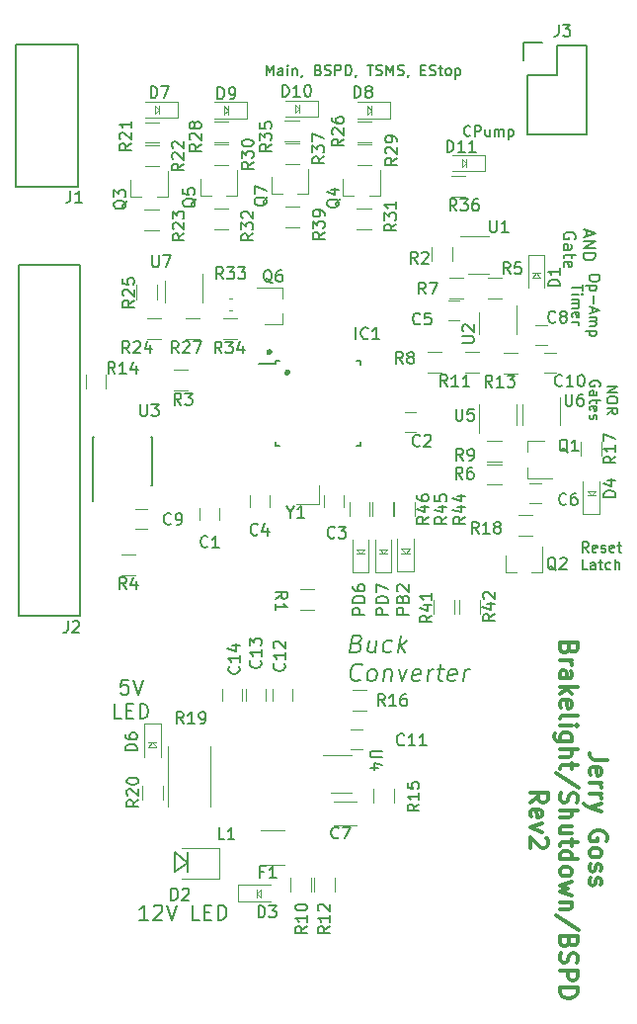
<source format=gto>
G04 #@! TF.GenerationSoftware,KiCad,Pcbnew,5.0.2-bee76a0~70~ubuntu18.04.1*
G04 #@! TF.CreationDate,2019-04-03T21:09:33-04:00*
G04 #@! TF.ProjectId,Brakelight_Shutdown_BSPD,4272616b-656c-4696-9768-745f53687574,rev?*
G04 #@! TF.SameCoordinates,Original*
G04 #@! TF.FileFunction,Legend,Top*
G04 #@! TF.FilePolarity,Positive*
%FSLAX46Y46*%
G04 Gerber Fmt 4.6, Leading zero omitted, Abs format (unit mm)*
G04 Created by KiCad (PCBNEW 5.0.2-bee76a0~70~ubuntu18.04.1) date Wed 03 Apr 2019 09:09:33 PM EDT*
%MOMM*%
%LPD*%
G01*
G04 APERTURE LIST*
%ADD10C,0.300000*%
%ADD11C,0.152400*%
%ADD12C,0.203200*%
%ADD13C,0.120000*%
%ADD14C,0.100000*%
%ADD15C,0.200000*%
%ADD16C,0.500000*%
%ADD17C,0.150000*%
G04 APERTURE END LIST*
D10*
X214191428Y-113119542D02*
X213120000Y-113119542D01*
X212905714Y-113048114D01*
X212762857Y-112905257D01*
X212691428Y-112690971D01*
X212691428Y-112548114D01*
X212762857Y-114405257D02*
X212691428Y-114262400D01*
X212691428Y-113976685D01*
X212762857Y-113833828D01*
X212905714Y-113762400D01*
X213477142Y-113762400D01*
X213620000Y-113833828D01*
X213691428Y-113976685D01*
X213691428Y-114262400D01*
X213620000Y-114405257D01*
X213477142Y-114476685D01*
X213334285Y-114476685D01*
X213191428Y-113762400D01*
X212691428Y-115119542D02*
X213691428Y-115119542D01*
X213405714Y-115119542D02*
X213548571Y-115190971D01*
X213620000Y-115262400D01*
X213691428Y-115405257D01*
X213691428Y-115548114D01*
X212691428Y-116048114D02*
X213691428Y-116048114D01*
X213405714Y-116048114D02*
X213548571Y-116119542D01*
X213620000Y-116190971D01*
X213691428Y-116333828D01*
X213691428Y-116476685D01*
X213691428Y-116833828D02*
X212691428Y-117190971D01*
X213691428Y-117548114D02*
X212691428Y-117190971D01*
X212334285Y-117048114D01*
X212262857Y-116976685D01*
X212191428Y-116833828D01*
X214120000Y-120048114D02*
X214191428Y-119905257D01*
X214191428Y-119690971D01*
X214120000Y-119476685D01*
X213977142Y-119333828D01*
X213834285Y-119262400D01*
X213548571Y-119190971D01*
X213334285Y-119190971D01*
X213048571Y-119262400D01*
X212905714Y-119333828D01*
X212762857Y-119476685D01*
X212691428Y-119690971D01*
X212691428Y-119833828D01*
X212762857Y-120048114D01*
X212834285Y-120119542D01*
X213334285Y-120119542D01*
X213334285Y-119833828D01*
X212691428Y-120976685D02*
X212762857Y-120833828D01*
X212834285Y-120762400D01*
X212977142Y-120690971D01*
X213405714Y-120690971D01*
X213548571Y-120762400D01*
X213620000Y-120833828D01*
X213691428Y-120976685D01*
X213691428Y-121190971D01*
X213620000Y-121333828D01*
X213548571Y-121405257D01*
X213405714Y-121476685D01*
X212977142Y-121476685D01*
X212834285Y-121405257D01*
X212762857Y-121333828D01*
X212691428Y-121190971D01*
X212691428Y-120976685D01*
X212762857Y-122048114D02*
X212691428Y-122190971D01*
X212691428Y-122476685D01*
X212762857Y-122619542D01*
X212905714Y-122690971D01*
X212977142Y-122690971D01*
X213120000Y-122619542D01*
X213191428Y-122476685D01*
X213191428Y-122262400D01*
X213262857Y-122119542D01*
X213405714Y-122048114D01*
X213477142Y-122048114D01*
X213620000Y-122119542D01*
X213691428Y-122262400D01*
X213691428Y-122476685D01*
X213620000Y-122619542D01*
X212762857Y-123262400D02*
X212691428Y-123405257D01*
X212691428Y-123690971D01*
X212762857Y-123833828D01*
X212905714Y-123905257D01*
X212977142Y-123905257D01*
X213120000Y-123833828D01*
X213191428Y-123690971D01*
X213191428Y-123476685D01*
X213262857Y-123333828D01*
X213405714Y-123262400D01*
X213477142Y-123262400D01*
X213620000Y-123333828D01*
X213691428Y-123476685D01*
X213691428Y-123690971D01*
X213620000Y-123833828D01*
X210927142Y-103583828D02*
X210855714Y-103798114D01*
X210784285Y-103869542D01*
X210641428Y-103940971D01*
X210427142Y-103940971D01*
X210284285Y-103869542D01*
X210212857Y-103798114D01*
X210141428Y-103655257D01*
X210141428Y-103083828D01*
X211641428Y-103083828D01*
X211641428Y-103583828D01*
X211570000Y-103726685D01*
X211498571Y-103798114D01*
X211355714Y-103869542D01*
X211212857Y-103869542D01*
X211070000Y-103798114D01*
X210998571Y-103726685D01*
X210927142Y-103583828D01*
X210927142Y-103083828D01*
X210141428Y-104583828D02*
X211141428Y-104583828D01*
X210855714Y-104583828D02*
X210998571Y-104655257D01*
X211070000Y-104726685D01*
X211141428Y-104869542D01*
X211141428Y-105012400D01*
X210141428Y-106155257D02*
X210927142Y-106155257D01*
X211070000Y-106083828D01*
X211141428Y-105940971D01*
X211141428Y-105655257D01*
X211070000Y-105512400D01*
X210212857Y-106155257D02*
X210141428Y-106012400D01*
X210141428Y-105655257D01*
X210212857Y-105512400D01*
X210355714Y-105440971D01*
X210498571Y-105440971D01*
X210641428Y-105512400D01*
X210712857Y-105655257D01*
X210712857Y-106012400D01*
X210784285Y-106155257D01*
X210141428Y-106869542D02*
X211641428Y-106869542D01*
X210712857Y-107012400D02*
X210141428Y-107440971D01*
X211141428Y-107440971D02*
X210570000Y-106869542D01*
X210212857Y-108655257D02*
X210141428Y-108512400D01*
X210141428Y-108226685D01*
X210212857Y-108083828D01*
X210355714Y-108012400D01*
X210927142Y-108012400D01*
X211070000Y-108083828D01*
X211141428Y-108226685D01*
X211141428Y-108512400D01*
X211070000Y-108655257D01*
X210927142Y-108726685D01*
X210784285Y-108726685D01*
X210641428Y-108012400D01*
X210141428Y-109583828D02*
X210212857Y-109440971D01*
X210355714Y-109369542D01*
X211641428Y-109369542D01*
X210141428Y-110155257D02*
X211141428Y-110155257D01*
X211641428Y-110155257D02*
X211570000Y-110083828D01*
X211498571Y-110155257D01*
X211570000Y-110226685D01*
X211641428Y-110155257D01*
X211498571Y-110155257D01*
X211141428Y-111512400D02*
X209927142Y-111512400D01*
X209784285Y-111440971D01*
X209712857Y-111369542D01*
X209641428Y-111226685D01*
X209641428Y-111012400D01*
X209712857Y-110869542D01*
X210212857Y-111512400D02*
X210141428Y-111369542D01*
X210141428Y-111083828D01*
X210212857Y-110940971D01*
X210284285Y-110869542D01*
X210427142Y-110798114D01*
X210855714Y-110798114D01*
X210998571Y-110869542D01*
X211070000Y-110940971D01*
X211141428Y-111083828D01*
X211141428Y-111369542D01*
X211070000Y-111512400D01*
X210141428Y-112226685D02*
X211641428Y-112226685D01*
X210141428Y-112869542D02*
X210927142Y-112869542D01*
X211070000Y-112798114D01*
X211141428Y-112655257D01*
X211141428Y-112440971D01*
X211070000Y-112298114D01*
X210998571Y-112226685D01*
X211141428Y-113369542D02*
X211141428Y-113940971D01*
X211641428Y-113583828D02*
X210355714Y-113583828D01*
X210212857Y-113655257D01*
X210141428Y-113798114D01*
X210141428Y-113940971D01*
X211712857Y-115512400D02*
X209784285Y-114226685D01*
X210212857Y-115940971D02*
X210141428Y-116155257D01*
X210141428Y-116512399D01*
X210212857Y-116655257D01*
X210284285Y-116726685D01*
X210427142Y-116798114D01*
X210570000Y-116798114D01*
X210712857Y-116726685D01*
X210784285Y-116655257D01*
X210855714Y-116512399D01*
X210927142Y-116226685D01*
X210998571Y-116083828D01*
X211070000Y-116012399D01*
X211212857Y-115940971D01*
X211355714Y-115940971D01*
X211498571Y-116012399D01*
X211570000Y-116083828D01*
X211641428Y-116226685D01*
X211641428Y-116583828D01*
X211570000Y-116798114D01*
X210141428Y-117440971D02*
X211641428Y-117440971D01*
X210141428Y-118083828D02*
X210927142Y-118083828D01*
X211070000Y-118012400D01*
X211141428Y-117869542D01*
X211141428Y-117655257D01*
X211070000Y-117512400D01*
X210998571Y-117440971D01*
X211141428Y-119440971D02*
X210141428Y-119440971D01*
X211141428Y-118798114D02*
X210355714Y-118798114D01*
X210212857Y-118869542D01*
X210141428Y-119012399D01*
X210141428Y-119226685D01*
X210212857Y-119369542D01*
X210284285Y-119440971D01*
X211141428Y-119940971D02*
X211141428Y-120512399D01*
X211641428Y-120155257D02*
X210355714Y-120155257D01*
X210212857Y-120226685D01*
X210141428Y-120369542D01*
X210141428Y-120512399D01*
X210141428Y-121655257D02*
X211641428Y-121655257D01*
X210212857Y-121655257D02*
X210141428Y-121512400D01*
X210141428Y-121226685D01*
X210212857Y-121083828D01*
X210284285Y-121012400D01*
X210427142Y-120940971D01*
X210855714Y-120940971D01*
X210998571Y-121012400D01*
X211070000Y-121083828D01*
X211141428Y-121226685D01*
X211141428Y-121512400D01*
X211070000Y-121655257D01*
X210141428Y-122583828D02*
X210212857Y-122440971D01*
X210284285Y-122369542D01*
X210427142Y-122298114D01*
X210855714Y-122298114D01*
X210998571Y-122369542D01*
X211070000Y-122440971D01*
X211141428Y-122583828D01*
X211141428Y-122798114D01*
X211070000Y-122940971D01*
X210998571Y-123012400D01*
X210855714Y-123083828D01*
X210427142Y-123083828D01*
X210284285Y-123012400D01*
X210212857Y-122940971D01*
X210141428Y-122798114D01*
X210141428Y-122583828D01*
X211141428Y-123583828D02*
X210141428Y-123869542D01*
X210855714Y-124155257D01*
X210141428Y-124440971D01*
X211141428Y-124726685D01*
X211141428Y-125298114D02*
X210141428Y-125298114D01*
X210998571Y-125298114D02*
X211070000Y-125369542D01*
X211141428Y-125512400D01*
X211141428Y-125726685D01*
X211070000Y-125869542D01*
X210927142Y-125940971D01*
X210141428Y-125940971D01*
X211712857Y-127726685D02*
X209784285Y-126440971D01*
X210927142Y-128726685D02*
X210855714Y-128940971D01*
X210784285Y-129012400D01*
X210641428Y-129083828D01*
X210427142Y-129083828D01*
X210284285Y-129012400D01*
X210212857Y-128940971D01*
X210141428Y-128798114D01*
X210141428Y-128226685D01*
X211641428Y-128226685D01*
X211641428Y-128726685D01*
X211570000Y-128869542D01*
X211498571Y-128940971D01*
X211355714Y-129012400D01*
X211212857Y-129012400D01*
X211070000Y-128940971D01*
X210998571Y-128869542D01*
X210927142Y-128726685D01*
X210927142Y-128226685D01*
X210212857Y-129655257D02*
X210141428Y-129869542D01*
X210141428Y-130226685D01*
X210212857Y-130369542D01*
X210284285Y-130440971D01*
X210427142Y-130512400D01*
X210570000Y-130512400D01*
X210712857Y-130440971D01*
X210784285Y-130369542D01*
X210855714Y-130226685D01*
X210927142Y-129940971D01*
X210998571Y-129798114D01*
X211070000Y-129726685D01*
X211212857Y-129655257D01*
X211355714Y-129655257D01*
X211498571Y-129726685D01*
X211570000Y-129798114D01*
X211641428Y-129940971D01*
X211641428Y-130298114D01*
X211570000Y-130512400D01*
X210141428Y-131155257D02*
X211641428Y-131155257D01*
X211641428Y-131726685D01*
X211570000Y-131869542D01*
X211498571Y-131940971D01*
X211355714Y-132012400D01*
X211141428Y-132012400D01*
X210998571Y-131940971D01*
X210927142Y-131869542D01*
X210855714Y-131726685D01*
X210855714Y-131155257D01*
X210141428Y-132655257D02*
X211641428Y-132655257D01*
X211641428Y-133012400D01*
X211570000Y-133226685D01*
X211427142Y-133369542D01*
X211284285Y-133440971D01*
X210998571Y-133512400D01*
X210784285Y-133512400D01*
X210498571Y-133440971D01*
X210355714Y-133369542D01*
X210212857Y-133226685D01*
X210141428Y-133012400D01*
X210141428Y-132655257D01*
X207591428Y-116798114D02*
X208305714Y-116298114D01*
X207591428Y-115940971D02*
X209091428Y-115940971D01*
X209091428Y-116512400D01*
X209020000Y-116655257D01*
X208948571Y-116726685D01*
X208805714Y-116798114D01*
X208591428Y-116798114D01*
X208448571Y-116726685D01*
X208377142Y-116655257D01*
X208305714Y-116512400D01*
X208305714Y-115940971D01*
X207662857Y-118012400D02*
X207591428Y-117869542D01*
X207591428Y-117583828D01*
X207662857Y-117440971D01*
X207805714Y-117369542D01*
X208377142Y-117369542D01*
X208520000Y-117440971D01*
X208591428Y-117583828D01*
X208591428Y-117869542D01*
X208520000Y-118012400D01*
X208377142Y-118083828D01*
X208234285Y-118083828D01*
X208091428Y-117369542D01*
X208591428Y-118583828D02*
X207591428Y-118940971D01*
X208591428Y-119298114D01*
X208948571Y-119798114D02*
X209020000Y-119869542D01*
X209091428Y-120012400D01*
X209091428Y-120369542D01*
X209020000Y-120512400D01*
X208948571Y-120583828D01*
X208805714Y-120655257D01*
X208662857Y-120655257D01*
X208448571Y-120583828D01*
X207591428Y-119726685D01*
X207591428Y-120655257D01*
D11*
X212564133Y-95341016D02*
X212267800Y-94917683D01*
X212056133Y-95341016D02*
X212056133Y-94452016D01*
X212394800Y-94452016D01*
X212479466Y-94494350D01*
X212521800Y-94536683D01*
X212564133Y-94621350D01*
X212564133Y-94748350D01*
X212521800Y-94833016D01*
X212479466Y-94875350D01*
X212394800Y-94917683D01*
X212056133Y-94917683D01*
X213283800Y-95298683D02*
X213199133Y-95341016D01*
X213029800Y-95341016D01*
X212945133Y-95298683D01*
X212902800Y-95214016D01*
X212902800Y-94875350D01*
X212945133Y-94790683D01*
X213029800Y-94748350D01*
X213199133Y-94748350D01*
X213283800Y-94790683D01*
X213326133Y-94875350D01*
X213326133Y-94960016D01*
X212902800Y-95044683D01*
X213664800Y-95298683D02*
X213749466Y-95341016D01*
X213918800Y-95341016D01*
X214003466Y-95298683D01*
X214045800Y-95214016D01*
X214045800Y-95171683D01*
X214003466Y-95087016D01*
X213918800Y-95044683D01*
X213791800Y-95044683D01*
X213707133Y-95002350D01*
X213664800Y-94917683D01*
X213664800Y-94875350D01*
X213707133Y-94790683D01*
X213791800Y-94748350D01*
X213918800Y-94748350D01*
X214003466Y-94790683D01*
X214765466Y-95298683D02*
X214680800Y-95341016D01*
X214511466Y-95341016D01*
X214426800Y-95298683D01*
X214384466Y-95214016D01*
X214384466Y-94875350D01*
X214426800Y-94790683D01*
X214511466Y-94748350D01*
X214680800Y-94748350D01*
X214765466Y-94790683D01*
X214807800Y-94875350D01*
X214807800Y-94960016D01*
X214384466Y-95044683D01*
X215061800Y-94748350D02*
X215400466Y-94748350D01*
X215188800Y-94452016D02*
X215188800Y-95214016D01*
X215231133Y-95298683D01*
X215315800Y-95341016D01*
X215400466Y-95341016D01*
X212500633Y-96826916D02*
X212077300Y-96826916D01*
X212077300Y-95937916D01*
X213177966Y-96826916D02*
X213177966Y-96361250D01*
X213135633Y-96276583D01*
X213050966Y-96234250D01*
X212881633Y-96234250D01*
X212796966Y-96276583D01*
X213177966Y-96784583D02*
X213093300Y-96826916D01*
X212881633Y-96826916D01*
X212796966Y-96784583D01*
X212754633Y-96699916D01*
X212754633Y-96615250D01*
X212796966Y-96530583D01*
X212881633Y-96488250D01*
X213093300Y-96488250D01*
X213177966Y-96445916D01*
X213474300Y-96234250D02*
X213812966Y-96234250D01*
X213601300Y-95937916D02*
X213601300Y-96699916D01*
X213643633Y-96784583D01*
X213728300Y-96826916D01*
X213812966Y-96826916D01*
X214490300Y-96784583D02*
X214405633Y-96826916D01*
X214236300Y-96826916D01*
X214151633Y-96784583D01*
X214109300Y-96742250D01*
X214066966Y-96657583D01*
X214066966Y-96403583D01*
X214109300Y-96318916D01*
X214151633Y-96276583D01*
X214236300Y-96234250D01*
X214405633Y-96234250D01*
X214490300Y-96276583D01*
X214871300Y-96826916D02*
X214871300Y-95937916D01*
X215252300Y-96826916D02*
X215252300Y-96361250D01*
X215209966Y-96276583D01*
X215125300Y-96234250D01*
X214998300Y-96234250D01*
X214913633Y-96276583D01*
X214871300Y-96318916D01*
X214183383Y-81106433D02*
X215072383Y-81106433D01*
X214183383Y-81614433D01*
X215072383Y-81614433D01*
X215072383Y-82207100D02*
X215072383Y-82376433D01*
X215030050Y-82461100D01*
X214945383Y-82545766D01*
X214776050Y-82588100D01*
X214479716Y-82588100D01*
X214310383Y-82545766D01*
X214225716Y-82461100D01*
X214183383Y-82376433D01*
X214183383Y-82207100D01*
X214225716Y-82122433D01*
X214310383Y-82037766D01*
X214479716Y-81995433D01*
X214776050Y-81995433D01*
X214945383Y-82037766D01*
X215030050Y-82122433D01*
X215072383Y-82207100D01*
X214183383Y-83477100D02*
X214606716Y-83180766D01*
X214183383Y-82969100D02*
X215072383Y-82969100D01*
X215072383Y-83307766D01*
X215030050Y-83392433D01*
X214987716Y-83434766D01*
X214903050Y-83477100D01*
X214776050Y-83477100D01*
X214691383Y-83434766D01*
X214649050Y-83392433D01*
X214606716Y-83307766D01*
X214606716Y-82969100D01*
X213544150Y-81106433D02*
X213586483Y-81021766D01*
X213586483Y-80894766D01*
X213544150Y-80767766D01*
X213459483Y-80683100D01*
X213374816Y-80640766D01*
X213205483Y-80598433D01*
X213078483Y-80598433D01*
X212909150Y-80640766D01*
X212824483Y-80683100D01*
X212739816Y-80767766D01*
X212697483Y-80894766D01*
X212697483Y-80979433D01*
X212739816Y-81106433D01*
X212782150Y-81148766D01*
X213078483Y-81148766D01*
X213078483Y-80979433D01*
X212697483Y-81910766D02*
X213163150Y-81910766D01*
X213247816Y-81868433D01*
X213290150Y-81783766D01*
X213290150Y-81614433D01*
X213247816Y-81529766D01*
X212739816Y-81910766D02*
X212697483Y-81826100D01*
X212697483Y-81614433D01*
X212739816Y-81529766D01*
X212824483Y-81487433D01*
X212909150Y-81487433D01*
X212993816Y-81529766D01*
X213036150Y-81614433D01*
X213036150Y-81826100D01*
X213078483Y-81910766D01*
X213290150Y-82207100D02*
X213290150Y-82545766D01*
X213586483Y-82334100D02*
X212824483Y-82334100D01*
X212739816Y-82376433D01*
X212697483Y-82461100D01*
X212697483Y-82545766D01*
X212739816Y-83180766D02*
X212697483Y-83096100D01*
X212697483Y-82926766D01*
X212739816Y-82842100D01*
X212824483Y-82799766D01*
X213163150Y-82799766D01*
X213247816Y-82842100D01*
X213290150Y-82926766D01*
X213290150Y-83096100D01*
X213247816Y-83180766D01*
X213163150Y-83223100D01*
X213078483Y-83223100D01*
X212993816Y-82799766D01*
X212739816Y-83561766D02*
X212697483Y-83646433D01*
X212697483Y-83815766D01*
X212739816Y-83900433D01*
X212824483Y-83942766D01*
X212866816Y-83942766D01*
X212951483Y-83900433D01*
X212993816Y-83815766D01*
X212993816Y-83688766D01*
X213036150Y-83604100D01*
X213120816Y-83561766D01*
X213163150Y-83561766D01*
X213247816Y-83604100D01*
X213290150Y-83688766D01*
X213290150Y-83815766D01*
X213247816Y-83900433D01*
X213548383Y-71755000D02*
X213548383Y-71924333D01*
X213506050Y-72009000D01*
X213421383Y-72093666D01*
X213252050Y-72136000D01*
X212955716Y-72136000D01*
X212786383Y-72093666D01*
X212701716Y-72009000D01*
X212659383Y-71924333D01*
X212659383Y-71755000D01*
X212701716Y-71670333D01*
X212786383Y-71585666D01*
X212955716Y-71543333D01*
X213252050Y-71543333D01*
X213421383Y-71585666D01*
X213506050Y-71670333D01*
X213548383Y-71755000D01*
X213252050Y-72517000D02*
X212363050Y-72517000D01*
X213209716Y-72517000D02*
X213252050Y-72601666D01*
X213252050Y-72771000D01*
X213209716Y-72855666D01*
X213167383Y-72898000D01*
X213082716Y-72940333D01*
X212828716Y-72940333D01*
X212744050Y-72898000D01*
X212701716Y-72855666D01*
X212659383Y-72771000D01*
X212659383Y-72601666D01*
X212701716Y-72517000D01*
X212998050Y-73321333D02*
X212998050Y-73998666D01*
X212913383Y-74379666D02*
X212913383Y-74803000D01*
X212659383Y-74295000D02*
X213548383Y-74591333D01*
X212659383Y-74887666D01*
X212659383Y-75184000D02*
X213252050Y-75184000D01*
X213167383Y-75184000D02*
X213209716Y-75226333D01*
X213252050Y-75311000D01*
X213252050Y-75438000D01*
X213209716Y-75522666D01*
X213125050Y-75565000D01*
X212659383Y-75565000D01*
X213125050Y-75565000D02*
X213209716Y-75607333D01*
X213252050Y-75692000D01*
X213252050Y-75819000D01*
X213209716Y-75903666D01*
X213125050Y-75946000D01*
X212659383Y-75946000D01*
X213252050Y-76369333D02*
X212363050Y-76369333D01*
X213209716Y-76369333D02*
X213252050Y-76454000D01*
X213252050Y-76623333D01*
X213209716Y-76708000D01*
X213167383Y-76750333D01*
X213082716Y-76792666D01*
X212828716Y-76792666D01*
X212744050Y-76750333D01*
X212701716Y-76708000D01*
X212659383Y-76623333D01*
X212659383Y-76454000D01*
X212701716Y-76369333D01*
X212062483Y-72453500D02*
X212062483Y-72961500D01*
X211173483Y-72707500D02*
X212062483Y-72707500D01*
X211173483Y-73257833D02*
X211766150Y-73257833D01*
X212062483Y-73257833D02*
X212020150Y-73215500D01*
X211977816Y-73257833D01*
X212020150Y-73300166D01*
X212062483Y-73257833D01*
X211977816Y-73257833D01*
X211173483Y-73681166D02*
X211766150Y-73681166D01*
X211681483Y-73681166D02*
X211723816Y-73723500D01*
X211766150Y-73808166D01*
X211766150Y-73935166D01*
X211723816Y-74019833D01*
X211639150Y-74062166D01*
X211173483Y-74062166D01*
X211639150Y-74062166D02*
X211723816Y-74104500D01*
X211766150Y-74189166D01*
X211766150Y-74316166D01*
X211723816Y-74400833D01*
X211639150Y-74443166D01*
X211173483Y-74443166D01*
X211215816Y-75205166D02*
X211173483Y-75120500D01*
X211173483Y-74951166D01*
X211215816Y-74866500D01*
X211300483Y-74824166D01*
X211639150Y-74824166D01*
X211723816Y-74866500D01*
X211766150Y-74951166D01*
X211766150Y-75120500D01*
X211723816Y-75205166D01*
X211639150Y-75247500D01*
X211554483Y-75247500D01*
X211469816Y-74824166D01*
X211173483Y-75628500D02*
X211766150Y-75628500D01*
X211596816Y-75628500D02*
X211681483Y-75670833D01*
X211723816Y-75713166D01*
X211766150Y-75797833D01*
X211766150Y-75882500D01*
X212428666Y-67749057D02*
X212428666Y-68232866D01*
X212138380Y-67652295D02*
X213154380Y-67990961D01*
X212138380Y-68329628D01*
X212138380Y-68668295D02*
X213154380Y-68668295D01*
X212138380Y-69248866D01*
X213154380Y-69248866D01*
X212138380Y-69732676D02*
X213154380Y-69732676D01*
X213154380Y-69974580D01*
X213106000Y-70119723D01*
X213009238Y-70216485D01*
X212912476Y-70264866D01*
X212718952Y-70313247D01*
X212573809Y-70313247D01*
X212380285Y-70264866D01*
X212283523Y-70216485D01*
X212186761Y-70119723D01*
X212138380Y-69974580D01*
X212138380Y-69732676D01*
X211429600Y-68498961D02*
X211477980Y-68402200D01*
X211477980Y-68257057D01*
X211429600Y-68111914D01*
X211332838Y-68015152D01*
X211236076Y-67966771D01*
X211042552Y-67918390D01*
X210897409Y-67918390D01*
X210703885Y-67966771D01*
X210607123Y-68015152D01*
X210510361Y-68111914D01*
X210461980Y-68257057D01*
X210461980Y-68353819D01*
X210510361Y-68498961D01*
X210558742Y-68547342D01*
X210897409Y-68547342D01*
X210897409Y-68353819D01*
X210461980Y-69418200D02*
X210994171Y-69418200D01*
X211090933Y-69369819D01*
X211139314Y-69273057D01*
X211139314Y-69079533D01*
X211090933Y-68982771D01*
X210510361Y-69418200D02*
X210461980Y-69321438D01*
X210461980Y-69079533D01*
X210510361Y-68982771D01*
X210607123Y-68934390D01*
X210703885Y-68934390D01*
X210800647Y-68982771D01*
X210849028Y-69079533D01*
X210849028Y-69321438D01*
X210897409Y-69418200D01*
X211139314Y-69756866D02*
X211139314Y-70143914D01*
X211477980Y-69902009D02*
X210607123Y-69902009D01*
X210510361Y-69950390D01*
X210461980Y-70047152D01*
X210461980Y-70143914D01*
X210510361Y-70869628D02*
X210461980Y-70772866D01*
X210461980Y-70579342D01*
X210510361Y-70482580D01*
X210607123Y-70434200D01*
X210994171Y-70434200D01*
X211090933Y-70482580D01*
X211139314Y-70579342D01*
X211139314Y-70772866D01*
X211090933Y-70869628D01*
X210994171Y-70918009D01*
X210897409Y-70918009D01*
X210800647Y-70434200D01*
X202446466Y-59601100D02*
X202404133Y-59643433D01*
X202277133Y-59685766D01*
X202192466Y-59685766D01*
X202065466Y-59643433D01*
X201980800Y-59558766D01*
X201938466Y-59474100D01*
X201896133Y-59304766D01*
X201896133Y-59177766D01*
X201938466Y-59008433D01*
X201980800Y-58923766D01*
X202065466Y-58839100D01*
X202192466Y-58796766D01*
X202277133Y-58796766D01*
X202404133Y-58839100D01*
X202446466Y-58881433D01*
X202827466Y-59685766D02*
X202827466Y-58796766D01*
X203166133Y-58796766D01*
X203250800Y-58839100D01*
X203293133Y-58881433D01*
X203335466Y-58966100D01*
X203335466Y-59093100D01*
X203293133Y-59177766D01*
X203250800Y-59220100D01*
X203166133Y-59262433D01*
X202827466Y-59262433D01*
X204097466Y-59093100D02*
X204097466Y-59685766D01*
X203716466Y-59093100D02*
X203716466Y-59558766D01*
X203758800Y-59643433D01*
X203843466Y-59685766D01*
X203970466Y-59685766D01*
X204055133Y-59643433D01*
X204097466Y-59601100D01*
X204520800Y-59685766D02*
X204520800Y-59093100D01*
X204520800Y-59177766D02*
X204563133Y-59135433D01*
X204647800Y-59093100D01*
X204774800Y-59093100D01*
X204859466Y-59135433D01*
X204901800Y-59220100D01*
X204901800Y-59685766D01*
X204901800Y-59220100D02*
X204944133Y-59135433D01*
X205028800Y-59093100D01*
X205155800Y-59093100D01*
X205240466Y-59135433D01*
X205282800Y-59220100D01*
X205282800Y-59685766D01*
X205706133Y-59093100D02*
X205706133Y-59982100D01*
X205706133Y-59135433D02*
X205790800Y-59093100D01*
X205960133Y-59093100D01*
X206044800Y-59135433D01*
X206087133Y-59177766D01*
X206129466Y-59262433D01*
X206129466Y-59516433D01*
X206087133Y-59601100D01*
X206044800Y-59643433D01*
X205960133Y-59685766D01*
X205790800Y-59685766D01*
X205706133Y-59643433D01*
X184996666Y-54504166D02*
X184996666Y-53615166D01*
X185293000Y-54250166D01*
X185589333Y-53615166D01*
X185589333Y-54504166D01*
X186393666Y-54504166D02*
X186393666Y-54038500D01*
X186351333Y-53953833D01*
X186266666Y-53911500D01*
X186097333Y-53911500D01*
X186012666Y-53953833D01*
X186393666Y-54461833D02*
X186309000Y-54504166D01*
X186097333Y-54504166D01*
X186012666Y-54461833D01*
X185970333Y-54377166D01*
X185970333Y-54292500D01*
X186012666Y-54207833D01*
X186097333Y-54165500D01*
X186309000Y-54165500D01*
X186393666Y-54123166D01*
X186817000Y-54504166D02*
X186817000Y-53911500D01*
X186817000Y-53615166D02*
X186774666Y-53657500D01*
X186817000Y-53699833D01*
X186859333Y-53657500D01*
X186817000Y-53615166D01*
X186817000Y-53699833D01*
X187240333Y-53911500D02*
X187240333Y-54504166D01*
X187240333Y-53996166D02*
X187282666Y-53953833D01*
X187367333Y-53911500D01*
X187494333Y-53911500D01*
X187579000Y-53953833D01*
X187621333Y-54038500D01*
X187621333Y-54504166D01*
X188087000Y-54461833D02*
X188087000Y-54504166D01*
X188044666Y-54588833D01*
X188002333Y-54631166D01*
X189441666Y-54038500D02*
X189568666Y-54080833D01*
X189611000Y-54123166D01*
X189653333Y-54207833D01*
X189653333Y-54334833D01*
X189611000Y-54419500D01*
X189568666Y-54461833D01*
X189484000Y-54504166D01*
X189145333Y-54504166D01*
X189145333Y-53615166D01*
X189441666Y-53615166D01*
X189526333Y-53657500D01*
X189568666Y-53699833D01*
X189611000Y-53784500D01*
X189611000Y-53869166D01*
X189568666Y-53953833D01*
X189526333Y-53996166D01*
X189441666Y-54038500D01*
X189145333Y-54038500D01*
X189992000Y-54461833D02*
X190119000Y-54504166D01*
X190330666Y-54504166D01*
X190415333Y-54461833D01*
X190457666Y-54419500D01*
X190500000Y-54334833D01*
X190500000Y-54250166D01*
X190457666Y-54165500D01*
X190415333Y-54123166D01*
X190330666Y-54080833D01*
X190161333Y-54038500D01*
X190076666Y-53996166D01*
X190034333Y-53953833D01*
X189992000Y-53869166D01*
X189992000Y-53784500D01*
X190034333Y-53699833D01*
X190076666Y-53657500D01*
X190161333Y-53615166D01*
X190373000Y-53615166D01*
X190500000Y-53657500D01*
X190881000Y-54504166D02*
X190881000Y-53615166D01*
X191219666Y-53615166D01*
X191304333Y-53657500D01*
X191346666Y-53699833D01*
X191389000Y-53784500D01*
X191389000Y-53911500D01*
X191346666Y-53996166D01*
X191304333Y-54038500D01*
X191219666Y-54080833D01*
X190881000Y-54080833D01*
X191770000Y-54504166D02*
X191770000Y-53615166D01*
X191981666Y-53615166D01*
X192108666Y-53657500D01*
X192193333Y-53742166D01*
X192235666Y-53826833D01*
X192278000Y-53996166D01*
X192278000Y-54123166D01*
X192235666Y-54292500D01*
X192193333Y-54377166D01*
X192108666Y-54461833D01*
X191981666Y-54504166D01*
X191770000Y-54504166D01*
X192701333Y-54461833D02*
X192701333Y-54504166D01*
X192659000Y-54588833D01*
X192616666Y-54631166D01*
X193632666Y-53615166D02*
X194140666Y-53615166D01*
X193886666Y-54504166D02*
X193886666Y-53615166D01*
X194394666Y-54461833D02*
X194521666Y-54504166D01*
X194733333Y-54504166D01*
X194818000Y-54461833D01*
X194860333Y-54419500D01*
X194902666Y-54334833D01*
X194902666Y-54250166D01*
X194860333Y-54165500D01*
X194818000Y-54123166D01*
X194733333Y-54080833D01*
X194564000Y-54038500D01*
X194479333Y-53996166D01*
X194437000Y-53953833D01*
X194394666Y-53869166D01*
X194394666Y-53784500D01*
X194437000Y-53699833D01*
X194479333Y-53657500D01*
X194564000Y-53615166D01*
X194775666Y-53615166D01*
X194902666Y-53657500D01*
X195283666Y-54504166D02*
X195283666Y-53615166D01*
X195580000Y-54250166D01*
X195876333Y-53615166D01*
X195876333Y-54504166D01*
X196257333Y-54461833D02*
X196384333Y-54504166D01*
X196596000Y-54504166D01*
X196680666Y-54461833D01*
X196723000Y-54419500D01*
X196765333Y-54334833D01*
X196765333Y-54250166D01*
X196723000Y-54165500D01*
X196680666Y-54123166D01*
X196596000Y-54080833D01*
X196426666Y-54038500D01*
X196342000Y-53996166D01*
X196299666Y-53953833D01*
X196257333Y-53869166D01*
X196257333Y-53784500D01*
X196299666Y-53699833D01*
X196342000Y-53657500D01*
X196426666Y-53615166D01*
X196638333Y-53615166D01*
X196765333Y-53657500D01*
X197188666Y-54461833D02*
X197188666Y-54504166D01*
X197146333Y-54588833D01*
X197104000Y-54631166D01*
X198247000Y-54038500D02*
X198543333Y-54038500D01*
X198670333Y-54504166D02*
X198247000Y-54504166D01*
X198247000Y-53615166D01*
X198670333Y-53615166D01*
X199009000Y-54461833D02*
X199136000Y-54504166D01*
X199347666Y-54504166D01*
X199432333Y-54461833D01*
X199474666Y-54419500D01*
X199517000Y-54334833D01*
X199517000Y-54250166D01*
X199474666Y-54165500D01*
X199432333Y-54123166D01*
X199347666Y-54080833D01*
X199178333Y-54038500D01*
X199093666Y-53996166D01*
X199051333Y-53953833D01*
X199009000Y-53869166D01*
X199009000Y-53784500D01*
X199051333Y-53699833D01*
X199093666Y-53657500D01*
X199178333Y-53615166D01*
X199390000Y-53615166D01*
X199517000Y-53657500D01*
X199771000Y-53911500D02*
X200109666Y-53911500D01*
X199898000Y-53615166D02*
X199898000Y-54377166D01*
X199940333Y-54461833D01*
X200025000Y-54504166D01*
X200109666Y-54504166D01*
X200533000Y-54504166D02*
X200448333Y-54461833D01*
X200406000Y-54419500D01*
X200363666Y-54334833D01*
X200363666Y-54080833D01*
X200406000Y-53996166D01*
X200448333Y-53953833D01*
X200533000Y-53911500D01*
X200660000Y-53911500D01*
X200744666Y-53953833D01*
X200787000Y-53996166D01*
X200829333Y-54080833D01*
X200829333Y-54334833D01*
X200787000Y-54419500D01*
X200744666Y-54461833D01*
X200660000Y-54504166D01*
X200533000Y-54504166D01*
X201210333Y-53911500D02*
X201210333Y-54800500D01*
X201210333Y-53953833D02*
X201295000Y-53911500D01*
X201464333Y-53911500D01*
X201549000Y-53953833D01*
X201591333Y-53996166D01*
X201633666Y-54080833D01*
X201633666Y-54334833D01*
X201591333Y-54419500D01*
X201549000Y-54461833D01*
X201464333Y-54504166D01*
X201295000Y-54504166D01*
X201210333Y-54461833D01*
X197182619Y-100673504D02*
X196166619Y-100673504D01*
X196166619Y-100286457D01*
X196215000Y-100189695D01*
X196263380Y-100141314D01*
X196360142Y-100092933D01*
X196505285Y-100092933D01*
X196602047Y-100141314D01*
X196650428Y-100189695D01*
X196698809Y-100286457D01*
X196698809Y-100673504D01*
X196650428Y-99318838D02*
X196698809Y-99173695D01*
X196747190Y-99125314D01*
X196843952Y-99076933D01*
X196989095Y-99076933D01*
X197085857Y-99125314D01*
X197134238Y-99173695D01*
X197182619Y-99270457D01*
X197182619Y-99657504D01*
X196166619Y-99657504D01*
X196166619Y-99318838D01*
X196215000Y-99222076D01*
X196263380Y-99173695D01*
X196360142Y-99125314D01*
X196456904Y-99125314D01*
X196553666Y-99173695D01*
X196602047Y-99222076D01*
X196650428Y-99318838D01*
X196650428Y-99657504D01*
X196263380Y-98689885D02*
X196215000Y-98641504D01*
X196166619Y-98544742D01*
X196166619Y-98302838D01*
X196215000Y-98206076D01*
X196263380Y-98157695D01*
X196360142Y-98109314D01*
X196456904Y-98109314D01*
X196602047Y-98157695D01*
X197182619Y-98738266D01*
X197182619Y-98109314D01*
X193423419Y-100673504D02*
X192407419Y-100673504D01*
X192407419Y-100286457D01*
X192455800Y-100189695D01*
X192504180Y-100141314D01*
X192600942Y-100092933D01*
X192746085Y-100092933D01*
X192842847Y-100141314D01*
X192891228Y-100189695D01*
X192939609Y-100286457D01*
X192939609Y-100673504D01*
X193423419Y-99657504D02*
X192407419Y-99657504D01*
X192407419Y-99415600D01*
X192455800Y-99270457D01*
X192552561Y-99173695D01*
X192649323Y-99125314D01*
X192842847Y-99076933D01*
X192987990Y-99076933D01*
X193181514Y-99125314D01*
X193278276Y-99173695D01*
X193375038Y-99270457D01*
X193423419Y-99415600D01*
X193423419Y-99657504D01*
X192407419Y-98206076D02*
X192407419Y-98399600D01*
X192455800Y-98496361D01*
X192504180Y-98544742D01*
X192649323Y-98641504D01*
X192842847Y-98689885D01*
X193229895Y-98689885D01*
X193326657Y-98641504D01*
X193375038Y-98593123D01*
X193423419Y-98496361D01*
X193423419Y-98302838D01*
X193375038Y-98206076D01*
X193326657Y-98157695D01*
X193229895Y-98109314D01*
X192987990Y-98109314D01*
X192891228Y-98157695D01*
X192842847Y-98206076D01*
X192794466Y-98302838D01*
X192794466Y-98496361D01*
X192842847Y-98593123D01*
X192891228Y-98641504D01*
X192987990Y-98689885D01*
X195404619Y-100698904D02*
X194388619Y-100698904D01*
X194388619Y-100311857D01*
X194437000Y-100215095D01*
X194485380Y-100166714D01*
X194582142Y-100118333D01*
X194727285Y-100118333D01*
X194824047Y-100166714D01*
X194872428Y-100215095D01*
X194920809Y-100311857D01*
X194920809Y-100698904D01*
X195404619Y-99682904D02*
X194388619Y-99682904D01*
X194388619Y-99441000D01*
X194437000Y-99295857D01*
X194533761Y-99199095D01*
X194630523Y-99150714D01*
X194824047Y-99102333D01*
X194969190Y-99102333D01*
X195162714Y-99150714D01*
X195259476Y-99199095D01*
X195356238Y-99295857D01*
X195404619Y-99441000D01*
X195404619Y-99682904D01*
X194388619Y-98763666D02*
X194388619Y-98086333D01*
X195404619Y-98521761D01*
D12*
X192749429Y-103155348D02*
X192954786Y-103226776D01*
X193017286Y-103298205D01*
X193070858Y-103441062D01*
X193044072Y-103655348D01*
X192954786Y-103798205D01*
X192874429Y-103869633D01*
X192722644Y-103941062D01*
X192151215Y-103941062D01*
X192338715Y-102441062D01*
X192838715Y-102441062D01*
X192972644Y-102512491D01*
X193035144Y-102583919D01*
X193088715Y-102726776D01*
X193070858Y-102869633D01*
X192981572Y-103012491D01*
X192901215Y-103083919D01*
X192749429Y-103155348D01*
X192249429Y-103155348D01*
X194419072Y-102941062D02*
X194294072Y-103941062D01*
X193776215Y-102941062D02*
X193678001Y-103726776D01*
X193731572Y-103869633D01*
X193865501Y-103941062D01*
X194079786Y-103941062D01*
X194231572Y-103869633D01*
X194311929Y-103798205D01*
X195660144Y-103869633D02*
X195508358Y-103941062D01*
X195222644Y-103941062D01*
X195088715Y-103869633D01*
X195026215Y-103798205D01*
X194972644Y-103655348D01*
X195026215Y-103226776D01*
X195115501Y-103083919D01*
X195195858Y-103012491D01*
X195347644Y-102941062D01*
X195633358Y-102941062D01*
X195767286Y-103012491D01*
X196294072Y-103941062D02*
X196481572Y-102441062D01*
X196508358Y-103369633D02*
X196865501Y-103941062D01*
X196990501Y-102941062D02*
X196347644Y-103512491D01*
X193026215Y-106251405D02*
X192945858Y-106322833D01*
X192722644Y-106394262D01*
X192579786Y-106394262D01*
X192374429Y-106322833D01*
X192249429Y-106179976D01*
X192195858Y-106037119D01*
X192160144Y-105751405D01*
X192186929Y-105537119D01*
X192294072Y-105251405D01*
X192383358Y-105108548D01*
X192544072Y-104965691D01*
X192767286Y-104894262D01*
X192910144Y-104894262D01*
X193115501Y-104965691D01*
X193178001Y-105037119D01*
X193865501Y-106394262D02*
X193731572Y-106322833D01*
X193669072Y-106251405D01*
X193615501Y-106108548D01*
X193669072Y-105679976D01*
X193758358Y-105537119D01*
X193838715Y-105465691D01*
X193990501Y-105394262D01*
X194204786Y-105394262D01*
X194338715Y-105465691D01*
X194401215Y-105537119D01*
X194454786Y-105679976D01*
X194401215Y-106108548D01*
X194311929Y-106251405D01*
X194231572Y-106322833D01*
X194079786Y-106394262D01*
X193865501Y-106394262D01*
X195133358Y-105394262D02*
X195008358Y-106394262D01*
X195115501Y-105537119D02*
X195195858Y-105465691D01*
X195347644Y-105394262D01*
X195561929Y-105394262D01*
X195695858Y-105465691D01*
X195749429Y-105608548D01*
X195651215Y-106394262D01*
X196347644Y-105394262D02*
X196579786Y-106394262D01*
X197061929Y-105394262D01*
X198088715Y-106322833D02*
X197936929Y-106394262D01*
X197651215Y-106394262D01*
X197517286Y-106322833D01*
X197463715Y-106179976D01*
X197535144Y-105608548D01*
X197624429Y-105465691D01*
X197776215Y-105394262D01*
X198061929Y-105394262D01*
X198195858Y-105465691D01*
X198249429Y-105608548D01*
X198231572Y-105751405D01*
X197499429Y-105894262D01*
X198794072Y-106394262D02*
X198919072Y-105394262D01*
X198883358Y-105679976D02*
X198972644Y-105537119D01*
X199053001Y-105465691D01*
X199204786Y-105394262D01*
X199347644Y-105394262D01*
X199633358Y-105394262D02*
X200204786Y-105394262D01*
X199910144Y-104894262D02*
X199749429Y-106179976D01*
X199803001Y-106322833D01*
X199936929Y-106394262D01*
X200079786Y-106394262D01*
X201160144Y-106322833D02*
X201008358Y-106394262D01*
X200722644Y-106394262D01*
X200588715Y-106322833D01*
X200535144Y-106179976D01*
X200606572Y-105608548D01*
X200695858Y-105465691D01*
X200847644Y-105394262D01*
X201133358Y-105394262D01*
X201267286Y-105465691D01*
X201320858Y-105608548D01*
X201303001Y-105751405D01*
X200570858Y-105894262D01*
X201865501Y-106394262D02*
X201990501Y-105394262D01*
X201954786Y-105679976D02*
X202044072Y-105537119D01*
X202124429Y-105465691D01*
X202276215Y-105394262D01*
X202419072Y-105394262D01*
D11*
X173123159Y-106257414D02*
X172518397Y-106257414D01*
X172457921Y-106862176D01*
X172518397Y-106801700D01*
X172639349Y-106741224D01*
X172941730Y-106741224D01*
X173062683Y-106801700D01*
X173123159Y-106862176D01*
X173183635Y-106983129D01*
X173183635Y-107285510D01*
X173123159Y-107406462D01*
X173062683Y-107466938D01*
X172941730Y-107527414D01*
X172639349Y-107527414D01*
X172518397Y-107466938D01*
X172457921Y-107406462D01*
X173546492Y-106257414D02*
X173969825Y-107527414D01*
X174393159Y-106257414D01*
X172548635Y-109584814D02*
X171943873Y-109584814D01*
X171943873Y-108314814D01*
X172971968Y-108919576D02*
X173395302Y-108919576D01*
X173576730Y-109584814D02*
X172971968Y-109584814D01*
X172971968Y-108314814D01*
X173576730Y-108314814D01*
X174121016Y-109584814D02*
X174121016Y-108314814D01*
X174423397Y-108314814D01*
X174604825Y-108375291D01*
X174725778Y-108496243D01*
X174786254Y-108617195D01*
X174846730Y-108859100D01*
X174846730Y-109040529D01*
X174786254Y-109282433D01*
X174725778Y-109403386D01*
X174604825Y-109524338D01*
X174423397Y-109584814D01*
X174121016Y-109584814D01*
X174841892Y-126831414D02*
X174116178Y-126831414D01*
X174479035Y-126831414D02*
X174479035Y-125561414D01*
X174358083Y-125742843D01*
X174237130Y-125863795D01*
X174116178Y-125924271D01*
X175325702Y-125682367D02*
X175386178Y-125621891D01*
X175507130Y-125561414D01*
X175809511Y-125561414D01*
X175930464Y-125621891D01*
X175990940Y-125682367D01*
X176051416Y-125803319D01*
X176051416Y-125924271D01*
X175990940Y-126105700D01*
X175265225Y-126831414D01*
X176051416Y-126831414D01*
X176414273Y-125561414D02*
X176837606Y-126831414D01*
X177260940Y-125561414D01*
X179256654Y-126831414D02*
X178651892Y-126831414D01*
X178651892Y-125561414D01*
X179679987Y-126166176D02*
X180103321Y-126166176D01*
X180284749Y-126831414D02*
X179679987Y-126831414D01*
X179679987Y-125561414D01*
X180284749Y-125561414D01*
X180829035Y-126831414D02*
X180829035Y-125561414D01*
X181131416Y-125561414D01*
X181312844Y-125621891D01*
X181433797Y-125742843D01*
X181494273Y-125863795D01*
X181554749Y-126105700D01*
X181554749Y-126287129D01*
X181494273Y-126529033D01*
X181433797Y-126649986D01*
X181312844Y-126770938D01*
X181131416Y-126831414D01*
X180829035Y-126831414D01*
D13*
G04 #@! TO.C,Q7*
X185404600Y-64649600D02*
X185404600Y-63189600D01*
X188564600Y-64649600D02*
X188564600Y-62489600D01*
X188564600Y-64649600D02*
X187634600Y-64649600D01*
X185404600Y-64649600D02*
X186334600Y-64649600D01*
G04 #@! TO.C,R1*
X189103600Y-100244800D02*
X187903600Y-100244800D01*
X187903600Y-98484800D02*
X189103600Y-98484800D01*
D14*
G04 #@! TO.C,Y1*
X189523300Y-91198400D02*
X187523300Y-91198400D01*
X189523300Y-91198400D02*
X189523300Y-89598400D01*
D13*
G04 #@! TO.C,C11*
X192232564Y-112197091D02*
X193232564Y-112197091D01*
X193232564Y-110497091D02*
X192232564Y-110497091D01*
G04 #@! TO.C,C13*
X183246564Y-107037091D02*
X183246564Y-108037091D01*
X184946564Y-108037091D02*
X184946564Y-107037091D01*
G04 #@! TO.C,C12*
X185532564Y-107037091D02*
X185532564Y-108037091D01*
X187232564Y-108037091D02*
X187232564Y-107037091D01*
D14*
G04 #@! TO.C,D6*
X174856564Y-111655091D02*
X175206564Y-111655091D01*
X175206564Y-111655091D02*
X175556564Y-111655091D01*
X174856564Y-112005091D02*
X175206564Y-111655091D01*
X174906564Y-112005091D02*
X174856564Y-112005091D01*
X174856564Y-112005091D02*
X174906564Y-112005091D01*
X175556564Y-112005091D02*
X174906564Y-112005091D01*
X175506564Y-111955091D02*
X175556564Y-112005091D01*
X175206564Y-111655091D02*
X175506564Y-111955091D01*
D13*
X175906564Y-110055091D02*
X174506564Y-110055091D01*
X174506564Y-110055091D02*
X174506564Y-112855091D01*
X175906564Y-110055091D02*
X175906564Y-112855091D01*
G04 #@! TO.C,F1*
X186499064Y-122117591D02*
X184499064Y-122117591D01*
X184499064Y-119157591D02*
X186499064Y-119157591D01*
G04 #@! TO.C,R10*
X187026564Y-124393091D02*
X187026564Y-123193091D01*
X188786564Y-123193091D02*
X188786564Y-124393091D01*
G04 #@! TO.C,R12*
X189058564Y-124393091D02*
X189058564Y-123193091D01*
X190818564Y-123193091D02*
X190818564Y-124393091D01*
G04 #@! TO.C,R20*
X176086564Y-115319091D02*
X176086564Y-116519091D01*
X174326564Y-116519091D02*
X174326564Y-115319091D01*
G04 #@! TO.C,U4*
X190499064Y-115966991D02*
X192299064Y-115966991D01*
X192299064Y-112746991D02*
X189849064Y-112746991D01*
G04 #@! TO.C,C7*
X192716564Y-116677091D02*
X190716564Y-116677091D01*
X190716564Y-118717091D02*
X192716564Y-118717091D01*
G04 #@! TO.C,C14*
X181214564Y-107037091D02*
X181214564Y-108037091D01*
X182914564Y-108037091D02*
X182914564Y-107037091D01*
D14*
G04 #@! TO.C,D3*
X184150564Y-124905091D02*
X184150564Y-124555091D01*
X184150564Y-124555091D02*
X184150564Y-124205091D01*
X184500564Y-124905091D02*
X184150564Y-124555091D01*
X184500564Y-124855091D02*
X184500564Y-124905091D01*
X184500564Y-124905091D02*
X184500564Y-124855091D01*
X184500564Y-124205091D02*
X184500564Y-124855091D01*
X184450564Y-124255091D02*
X184500564Y-124205091D01*
X184150564Y-124555091D02*
X184450564Y-124255091D01*
D13*
X182550564Y-123855091D02*
X182550564Y-125255091D01*
X182550564Y-125255091D02*
X185350564Y-125255091D01*
X182550564Y-123855091D02*
X185350564Y-123855091D01*
D15*
G04 #@! TO.C,D2*
X177146564Y-121015091D02*
X178246564Y-121915091D01*
X177146564Y-122715091D02*
X177146564Y-121015091D01*
X178246564Y-121915091D02*
X177146564Y-122715091D01*
X178246564Y-122715091D02*
X178246564Y-121015091D01*
D13*
X180921564Y-123348591D02*
X180921564Y-120681591D01*
X180921564Y-120681591D02*
X177746564Y-120681591D01*
X180921564Y-123348591D02*
X177746564Y-123348591D01*
G04 #@! TO.C,R19*
X180201564Y-111922091D02*
X180201564Y-117122091D01*
X176561564Y-117122091D02*
X176561564Y-111922091D01*
G04 #@! TO.C,R15*
X194138564Y-116773091D02*
X194138564Y-115573091D01*
X195898564Y-115573091D02*
X195898564Y-116773091D01*
G04 #@! TO.C,R16*
X192386564Y-107165091D02*
X193586564Y-107165091D01*
X193586564Y-108925091D02*
X192386564Y-108925091D01*
G04 #@! TO.C,C1*
X179236000Y-91565600D02*
X179236000Y-92565600D01*
X180936000Y-92565600D02*
X180936000Y-91565600D01*
G04 #@! TO.C,C2*
X197816600Y-83376400D02*
X196816600Y-83376400D01*
X196816600Y-85076400D02*
X197816600Y-85076400D01*
G04 #@! TO.C,C3*
X189891300Y-90473400D02*
X189891300Y-91473400D01*
X191591300Y-91473400D02*
X191591300Y-90473400D01*
G04 #@! TO.C,C4*
X183541300Y-90441400D02*
X183541300Y-91441400D01*
X185241300Y-91441400D02*
X185241300Y-90441400D01*
G04 #@! TO.C,C5*
X200541000Y-75500600D02*
X201541000Y-75500600D01*
X201541000Y-73800600D02*
X200541000Y-73800600D01*
G04 #@! TO.C,C6*
X208560800Y-89472400D02*
X207560800Y-89472400D01*
X207560800Y-91172400D02*
X208560800Y-91172400D01*
G04 #@! TO.C,C8*
X208068800Y-77608800D02*
X209068800Y-77608800D01*
X209068800Y-75908800D02*
X208068800Y-75908800D01*
G04 #@! TO.C,C9*
X174778800Y-91606000D02*
X173778800Y-91606000D01*
X173778800Y-93306000D02*
X174778800Y-93306000D01*
G04 #@! TO.C,C10*
X209821400Y-78271000D02*
X208821400Y-78271000D01*
X208821400Y-79971000D02*
X209821400Y-79971000D01*
G04 #@! TO.C,D1*
X208802200Y-69845600D02*
X208802200Y-72645600D01*
X207402200Y-69845600D02*
X207402200Y-72645600D01*
X208802200Y-69845600D02*
X207402200Y-69845600D01*
D14*
X208102200Y-71445600D02*
X208402200Y-71745600D01*
X208402200Y-71745600D02*
X208452200Y-71795600D01*
X208452200Y-71795600D02*
X207802200Y-71795600D01*
X207752200Y-71795600D02*
X207802200Y-71795600D01*
X207802200Y-71795600D02*
X207752200Y-71795600D01*
X207752200Y-71795600D02*
X208102200Y-71445600D01*
X208102200Y-71445600D02*
X208452200Y-71445600D01*
X207752200Y-71445600D02*
X208102200Y-71445600D01*
D13*
G04 #@! TO.C,D4*
X212126600Y-92046200D02*
X212126600Y-89246200D01*
X213526600Y-92046200D02*
X213526600Y-89246200D01*
X212126600Y-92046200D02*
X213526600Y-92046200D01*
D14*
X212826600Y-90446200D02*
X212526600Y-90146200D01*
X212526600Y-90146200D02*
X212476600Y-90096200D01*
X212476600Y-90096200D02*
X213126600Y-90096200D01*
X213176600Y-90096200D02*
X213126600Y-90096200D01*
X213126600Y-90096200D02*
X213176600Y-90096200D01*
X213176600Y-90096200D02*
X212826600Y-90446200D01*
X212826600Y-90446200D02*
X212476600Y-90446200D01*
X213176600Y-90446200D02*
X212826600Y-90446200D01*
G04 #@! TO.C,D5*
X197250800Y-95411900D02*
X196900800Y-95411900D01*
X196900800Y-95411900D02*
X196550800Y-95411900D01*
X197250800Y-95061900D02*
X196900800Y-95411900D01*
X197200800Y-95061900D02*
X197250800Y-95061900D01*
X197250800Y-95061900D02*
X197200800Y-95061900D01*
X196550800Y-95061900D02*
X197200800Y-95061900D01*
X196600800Y-95111900D02*
X196550800Y-95061900D01*
X196900800Y-95411900D02*
X196600800Y-95111900D01*
D13*
X196200800Y-97011900D02*
X197600800Y-97011900D01*
X197600800Y-97011900D02*
X197600800Y-94211900D01*
X196200800Y-97011900D02*
X196200800Y-94211900D01*
D14*
G04 #@! TO.C,D7*
X175772600Y-57104800D02*
X175772600Y-57454800D01*
X175772600Y-57454800D02*
X175772600Y-57804800D01*
X175422600Y-57104800D02*
X175772600Y-57454800D01*
X175422600Y-57154800D02*
X175422600Y-57104800D01*
X175422600Y-57104800D02*
X175422600Y-57154800D01*
X175422600Y-57804800D02*
X175422600Y-57154800D01*
X175472600Y-57754800D02*
X175422600Y-57804800D01*
X175772600Y-57454800D02*
X175472600Y-57754800D01*
D13*
X177372600Y-58154800D02*
X177372600Y-56754800D01*
X177372600Y-56754800D02*
X174572600Y-56754800D01*
X177372600Y-58154800D02*
X174572600Y-58154800D01*
G04 #@! TO.C,D8*
X195602000Y-58180200D02*
X192802000Y-58180200D01*
X195602000Y-56780200D02*
X192802000Y-56780200D01*
X195602000Y-58180200D02*
X195602000Y-56780200D01*
D14*
X194002000Y-57480200D02*
X193702000Y-57780200D01*
X193702000Y-57780200D02*
X193652000Y-57830200D01*
X193652000Y-57830200D02*
X193652000Y-57180200D01*
X193652000Y-57130200D02*
X193652000Y-57180200D01*
X193652000Y-57180200D02*
X193652000Y-57130200D01*
X193652000Y-57130200D02*
X194002000Y-57480200D01*
X194002000Y-57480200D02*
X194002000Y-57830200D01*
X194002000Y-57130200D02*
X194002000Y-57480200D01*
G04 #@! TO.C,D9*
X181683000Y-57130200D02*
X181683000Y-57480200D01*
X181683000Y-57480200D02*
X181683000Y-57830200D01*
X181333000Y-57130200D02*
X181683000Y-57480200D01*
X181333000Y-57180200D02*
X181333000Y-57130200D01*
X181333000Y-57130200D02*
X181333000Y-57180200D01*
X181333000Y-57830200D02*
X181333000Y-57180200D01*
X181383000Y-57780200D02*
X181333000Y-57830200D01*
X181683000Y-57480200D02*
X181383000Y-57780200D01*
D13*
X183283000Y-58180200D02*
X183283000Y-56780200D01*
X183283000Y-56780200D02*
X180483000Y-56780200D01*
X183283000Y-58180200D02*
X180483000Y-58180200D01*
D14*
G04 #@! TO.C,D10*
X187771200Y-57003200D02*
X187771200Y-57353200D01*
X187771200Y-57353200D02*
X187771200Y-57703200D01*
X187421200Y-57003200D02*
X187771200Y-57353200D01*
X187421200Y-57053200D02*
X187421200Y-57003200D01*
X187421200Y-57003200D02*
X187421200Y-57053200D01*
X187421200Y-57703200D02*
X187421200Y-57053200D01*
X187471200Y-57653200D02*
X187421200Y-57703200D01*
X187771200Y-57353200D02*
X187471200Y-57653200D01*
D13*
X189371200Y-58053200D02*
X189371200Y-56653200D01*
X189371200Y-56653200D02*
X186571200Y-56653200D01*
X189371200Y-58053200D02*
X186571200Y-58053200D01*
G04 #@! TO.C,D12*
X194295800Y-97032400D02*
X194295800Y-94232400D01*
X195695800Y-97032400D02*
X195695800Y-94232400D01*
X194295800Y-97032400D02*
X195695800Y-97032400D01*
D14*
X194995800Y-95432400D02*
X194695800Y-95132400D01*
X194695800Y-95132400D02*
X194645800Y-95082400D01*
X194645800Y-95082400D02*
X195295800Y-95082400D01*
X195345800Y-95082400D02*
X195295800Y-95082400D01*
X195295800Y-95082400D02*
X195345800Y-95082400D01*
X195345800Y-95082400D02*
X194995800Y-95432400D01*
X194995800Y-95432400D02*
X194645800Y-95432400D01*
X195345800Y-95432400D02*
X194995800Y-95432400D01*
G04 #@! TO.C,D13*
X193377300Y-95432400D02*
X193027300Y-95432400D01*
X193027300Y-95432400D02*
X192677300Y-95432400D01*
X193377300Y-95082400D02*
X193027300Y-95432400D01*
X193327300Y-95082400D02*
X193377300Y-95082400D01*
X193377300Y-95082400D02*
X193327300Y-95082400D01*
X192677300Y-95082400D02*
X193327300Y-95082400D01*
X192727300Y-95132400D02*
X192677300Y-95082400D01*
X193027300Y-95432400D02*
X192727300Y-95132400D01*
D13*
X192327300Y-97032400D02*
X193727300Y-97032400D01*
X193727300Y-97032400D02*
X193727300Y-94232400D01*
X192327300Y-97032400D02*
X192327300Y-94232400D01*
D16*
G04 #@! TO.C,IC1*
X186791600Y-79933800D02*
G75*
G03X186791600Y-79933800I-50800J0D01*
G01*
X185242200Y-78181200D02*
G75*
G03X185242200Y-78181200I-50800J0D01*
G01*
D17*
X185782800Y-78950400D02*
X185782800Y-79175400D01*
X193032800Y-78950400D02*
X193032800Y-79275400D01*
X193032800Y-86200400D02*
X193032800Y-85875400D01*
X185782800Y-86200400D02*
X185782800Y-85875400D01*
X185782800Y-78950400D02*
X186107800Y-78950400D01*
X185782800Y-86200400D02*
X186107800Y-86200400D01*
X193032800Y-86200400D02*
X192707800Y-86200400D01*
X193032800Y-78950400D02*
X192707800Y-78950400D01*
X185782800Y-79175400D02*
X184357800Y-79175400D01*
G04 #@! TO.C,J1*
X163516800Y-64052400D02*
X168816800Y-64052400D01*
X163516800Y-51822400D02*
X168816800Y-51822400D01*
X163516800Y-64052400D02*
X163516800Y-51822400D01*
X168816800Y-64052400D02*
X168816800Y-51822400D01*
G04 #@! TO.C,J2*
X163720000Y-100780800D02*
X169020000Y-100780800D01*
X163720000Y-70770800D02*
X169020000Y-70770800D01*
X163720000Y-100780800D02*
X163720000Y-70770800D01*
X169020000Y-100780800D02*
X169020000Y-70770800D01*
G04 #@! TO.C,J3*
X207314800Y-54508400D02*
X207314800Y-59588400D01*
X207034800Y-51688400D02*
X208584800Y-51688400D01*
X209854800Y-51968400D02*
X209854800Y-54508400D01*
X209854800Y-54508400D02*
X207314800Y-54508400D01*
X207314800Y-59588400D02*
X212394800Y-59588400D01*
X212394800Y-59588400D02*
X212394800Y-54508400D01*
X207034800Y-51688400D02*
X207034800Y-53238400D01*
X212394800Y-51968400D02*
X209854800Y-51968400D01*
X212394800Y-54508400D02*
X212394800Y-51968400D01*
D13*
G04 #@! TO.C,Q1*
X207325400Y-85821400D02*
X208785400Y-85821400D01*
X207325400Y-88981400D02*
X209485400Y-88981400D01*
X207325400Y-88981400D02*
X207325400Y-88051400D01*
X207325400Y-85821400D02*
X207325400Y-86751400D01*
G04 #@! TO.C,Q2*
X205496000Y-97060000D02*
X205496000Y-95600000D01*
X208656000Y-97060000D02*
X208656000Y-94900000D01*
X208656000Y-97060000D02*
X207726000Y-97060000D01*
X205496000Y-97060000D02*
X206426000Y-97060000D01*
G04 #@! TO.C,Q3*
X173351951Y-64886371D02*
X174281951Y-64886371D01*
X176511951Y-64886371D02*
X175581951Y-64886371D01*
X176511951Y-64886371D02*
X176511951Y-62726371D01*
X173351951Y-64886371D02*
X173351951Y-63426371D01*
G04 #@! TO.C,Q4*
X191561600Y-64784800D02*
X192491600Y-64784800D01*
X194721600Y-64784800D02*
X193791600Y-64784800D01*
X194721600Y-64784800D02*
X194721600Y-62624800D01*
X191561600Y-64784800D02*
X191561600Y-63324800D01*
G04 #@! TO.C,Q5*
X179293400Y-64784800D02*
X180223400Y-64784800D01*
X182453400Y-64784800D02*
X181523400Y-64784800D01*
X182453400Y-64784800D02*
X182453400Y-62624800D01*
X179293400Y-64784800D02*
X179293400Y-63324800D01*
G04 #@! TO.C,Q6*
X186323800Y-75798800D02*
X186323800Y-74868800D01*
X186323800Y-72638800D02*
X186323800Y-73568800D01*
X186323800Y-72638800D02*
X184163800Y-72638800D01*
X186323800Y-75798800D02*
X184863800Y-75798800D01*
G04 #@! TO.C,R2*
X200905000Y-69224600D02*
X200905000Y-70424600D01*
X199145000Y-70424600D02*
X199145000Y-69224600D01*
G04 #@! TO.C,R3*
X178222200Y-81499600D02*
X177022200Y-81499600D01*
X177022200Y-79739600D02*
X178222200Y-79739600D01*
G04 #@! TO.C,R4*
X172541600Y-95513000D02*
X173741600Y-95513000D01*
X173741600Y-97273000D02*
X172541600Y-97273000D01*
G04 #@! TO.C,R5*
X203936000Y-71840200D02*
X205136000Y-71840200D01*
X205136000Y-73600200D02*
X203936000Y-73600200D01*
G04 #@! TO.C,R6*
X205110600Y-89551400D02*
X203910600Y-89551400D01*
X203910600Y-87791400D02*
X205110600Y-87791400D01*
G04 #@! TO.C,R7*
X200659400Y-71840200D02*
X201859400Y-71840200D01*
X201859400Y-73600200D02*
X200659400Y-73600200D01*
G04 #@! TO.C,R8*
X200005200Y-79975600D02*
X198805200Y-79975600D01*
X198805200Y-78215600D02*
X200005200Y-78215600D01*
G04 #@! TO.C,R9*
X205110600Y-87544800D02*
X203910600Y-87544800D01*
X203910600Y-85784800D02*
X205110600Y-85784800D01*
G04 #@! TO.C,R11*
X202015800Y-78215600D02*
X203215800Y-78215600D01*
X203215800Y-79975600D02*
X202015800Y-79975600D01*
G04 #@! TO.C,R13*
X205317800Y-78241000D02*
X206517800Y-78241000D01*
X206517800Y-80001000D02*
X205317800Y-80001000D01*
G04 #@! TO.C,R14*
X171237800Y-80133900D02*
X171237800Y-81333900D01*
X169477800Y-81333900D02*
X169477800Y-80133900D01*
G04 #@! TO.C,R17*
X213681200Y-85876800D02*
X213681200Y-87076800D01*
X211921200Y-87076800D02*
X211921200Y-85876800D01*
G04 #@! TO.C,R18*
X207798000Y-93945600D02*
X206598000Y-93945600D01*
X206598000Y-92185600D02*
X207798000Y-92185600D01*
G04 #@! TO.C,R21*
X174550351Y-58500671D02*
X175750351Y-58500671D01*
X175750351Y-60260671D02*
X174550351Y-60260671D01*
G04 #@! TO.C,R22*
X174550351Y-60494571D02*
X175750351Y-60494571D01*
X175750351Y-62254571D02*
X174550351Y-62254571D01*
G04 #@! TO.C,R23*
X175737651Y-67753671D02*
X174537651Y-67753671D01*
X174537651Y-65993671D02*
X175737651Y-65993671D01*
G04 #@! TO.C,R24*
X175951400Y-77080000D02*
X174751400Y-77080000D01*
X174751400Y-75320000D02*
X175951400Y-75320000D01*
G04 #@! TO.C,R25*
X175606600Y-72450400D02*
X175606600Y-73650400D01*
X173846600Y-73650400D02*
X173846600Y-72450400D01*
G04 #@! TO.C,R26*
X193980400Y-60214400D02*
X192780400Y-60214400D01*
X192780400Y-58454400D02*
X193980400Y-58454400D01*
G04 #@! TO.C,R27*
X178023000Y-75320000D02*
X179223000Y-75320000D01*
X179223000Y-77080000D02*
X178023000Y-77080000D01*
G04 #@! TO.C,R28*
X181676600Y-60214400D02*
X180476600Y-60214400D01*
X180476600Y-58454400D02*
X181676600Y-58454400D01*
G04 #@! TO.C,R29*
X193970200Y-62170200D02*
X192770200Y-62170200D01*
X192770200Y-60410200D02*
X193970200Y-60410200D01*
G04 #@! TO.C,R30*
X181676600Y-62170200D02*
X180476600Y-62170200D01*
X180476600Y-60410200D02*
X181676600Y-60410200D01*
G04 #@! TO.C,R31*
X193934600Y-67682000D02*
X192734600Y-67682000D01*
X192734600Y-65922000D02*
X193934600Y-65922000D01*
G04 #@! TO.C,R32*
X180502000Y-65922000D02*
X181702000Y-65922000D01*
X181702000Y-67682000D02*
X180502000Y-67682000D01*
G04 #@! TO.C,R33*
X182077479Y-74627200D02*
X181751921Y-74627200D01*
X182077479Y-73607200D02*
X181751921Y-73607200D01*
G04 #@! TO.C,R34*
X181253800Y-75320000D02*
X182453800Y-75320000D01*
X182453800Y-77080000D02*
X181253800Y-77080000D01*
G04 #@! TO.C,R35*
X186562400Y-58352800D02*
X187762400Y-58352800D01*
X187762400Y-60112800D02*
X186562400Y-60112800D01*
G04 #@! TO.C,R37*
X186587800Y-60308600D02*
X187787800Y-60308600D01*
X187787800Y-62068600D02*
X186587800Y-62068600D01*
G04 #@! TO.C,R39*
X187813200Y-67478800D02*
X186613200Y-67478800D01*
X186613200Y-65718800D02*
X187813200Y-65718800D01*
G04 #@! TO.C,R41*
X201082800Y-99450600D02*
X201082800Y-100650600D01*
X199322800Y-100650600D02*
X199322800Y-99450600D01*
G04 #@! TO.C,R42*
X203267200Y-99435400D02*
X203267200Y-100635400D01*
X201507200Y-100635400D02*
X201507200Y-99435400D01*
G04 #@! TO.C,R44*
X197717300Y-91055900D02*
X197717300Y-92255900D01*
X195957300Y-92255900D02*
X195957300Y-91055900D01*
G04 #@! TO.C,R45*
X194052300Y-92258400D02*
X194052300Y-91058400D01*
X195812300Y-91058400D02*
X195812300Y-92258400D01*
G04 #@! TO.C,R46*
X193843800Y-91058400D02*
X193843800Y-92258400D01*
X192083800Y-92258400D02*
X192083800Y-91058400D01*
G04 #@! TO.C,U1*
X204049200Y-68240000D02*
X201599200Y-68240000D01*
X202249200Y-71460000D02*
X204049200Y-71460000D01*
G04 #@! TO.C,U2*
X203190200Y-74817400D02*
X203190200Y-76617400D01*
X206410200Y-76617400D02*
X206410200Y-74167400D01*
D17*
G04 #@! TO.C,U3*
X170068800Y-89603400D02*
X170118800Y-89603400D01*
X170068800Y-85453400D02*
X170213800Y-85453400D01*
X175218800Y-85453400D02*
X175073800Y-85453400D01*
X175218800Y-89603400D02*
X175073800Y-89603400D01*
X170068800Y-89603400D02*
X170068800Y-85453400D01*
X175218800Y-89603400D02*
X175218800Y-85453400D01*
X170118800Y-89603400D02*
X170118800Y-91003400D01*
D13*
G04 #@! TO.C,U5*
X206435600Y-84483600D02*
X206435600Y-82683600D01*
X203215600Y-82683600D02*
X203215600Y-85133600D01*
G04 #@! TO.C,U6*
X210184600Y-84483600D02*
X210184600Y-82033600D01*
X206964600Y-82683600D02*
X206964600Y-84483600D01*
G04 #@! TO.C,U7*
X176248600Y-72114800D02*
X176248600Y-73914800D01*
X179468600Y-73914800D02*
X179468600Y-71464800D01*
D14*
G04 #@! TO.C,D11*
X202104600Y-61676800D02*
X202104600Y-62026800D01*
X202104600Y-62026800D02*
X202104600Y-62376800D01*
X201754600Y-61676800D02*
X202104600Y-62026800D01*
X201754600Y-61726800D02*
X201754600Y-61676800D01*
X201754600Y-61676800D02*
X201754600Y-61726800D01*
X201754600Y-62376800D02*
X201754600Y-61726800D01*
X201804600Y-62326800D02*
X201754600Y-62376800D01*
X202104600Y-62026800D02*
X201804600Y-62326800D01*
D13*
X203704600Y-62726800D02*
X203704600Y-61326800D01*
X203704600Y-61326800D02*
X200904600Y-61326800D01*
X203704600Y-62726800D02*
X200904600Y-62726800D01*
G04 #@! TO.C,R36*
X202047400Y-64888000D02*
X200847400Y-64888000D01*
X200847400Y-63128000D02*
X202047400Y-63128000D01*
G04 #@! TO.C,Q7*
D17*
X185053219Y-64916038D02*
X185005600Y-65011276D01*
X184910361Y-65106514D01*
X184767504Y-65249371D01*
X184719885Y-65344609D01*
X184719885Y-65439847D01*
X184957980Y-65392228D02*
X184910361Y-65487466D01*
X184815123Y-65582704D01*
X184624647Y-65630323D01*
X184291314Y-65630323D01*
X184100838Y-65582704D01*
X184005600Y-65487466D01*
X183957980Y-65392228D01*
X183957980Y-65201752D01*
X184005600Y-65106514D01*
X184100838Y-65011276D01*
X184291314Y-64963657D01*
X184624647Y-64963657D01*
X184815123Y-65011276D01*
X184910361Y-65106514D01*
X184957980Y-65201752D01*
X184957980Y-65392228D01*
X183957980Y-64630323D02*
X183957980Y-63963657D01*
X184957980Y-64392228D01*
G04 #@! TO.C,R1*
X185755019Y-99350533D02*
X186231209Y-99017200D01*
X185755019Y-98779104D02*
X186755019Y-98779104D01*
X186755019Y-99160057D01*
X186707400Y-99255295D01*
X186659780Y-99302914D01*
X186564542Y-99350533D01*
X186421685Y-99350533D01*
X186326447Y-99302914D01*
X186278828Y-99255295D01*
X186231209Y-99160057D01*
X186231209Y-98779104D01*
X185755019Y-100302914D02*
X185755019Y-99731485D01*
X185755019Y-100017200D02*
X186755019Y-100017200D01*
X186612161Y-99921961D01*
X186516923Y-99826723D01*
X186469304Y-99731485D01*
G04 #@! TO.C,Y1*
X187026609Y-91886090D02*
X187026609Y-92362280D01*
X186693276Y-91362280D02*
X187026609Y-91886090D01*
X187359942Y-91362280D01*
X188217085Y-92362280D02*
X187645657Y-92362280D01*
X187931371Y-92362280D02*
X187931371Y-91362280D01*
X187836133Y-91505138D01*
X187740895Y-91600376D01*
X187645657Y-91647995D01*
G04 #@! TO.C,C11*
X196776006Y-111805833D02*
X196728387Y-111853452D01*
X196585530Y-111901071D01*
X196490292Y-111901071D01*
X196347435Y-111853452D01*
X196252197Y-111758214D01*
X196204578Y-111662976D01*
X196156959Y-111472500D01*
X196156959Y-111329643D01*
X196204578Y-111139167D01*
X196252197Y-111043929D01*
X196347435Y-110948691D01*
X196490292Y-110901071D01*
X196585530Y-110901071D01*
X196728387Y-110948691D01*
X196776006Y-110996310D01*
X197728387Y-111901071D02*
X197156959Y-111901071D01*
X197442673Y-111901071D02*
X197442673Y-110901071D01*
X197347435Y-111043929D01*
X197252197Y-111139167D01*
X197156959Y-111186786D01*
X198680768Y-111901071D02*
X198109340Y-111901071D01*
X198395054Y-111901071D02*
X198395054Y-110901071D01*
X198299816Y-111043929D01*
X198204578Y-111139167D01*
X198109340Y-111186786D01*
G04 #@! TO.C,C13*
X184453706Y-104623948D02*
X184501325Y-104671567D01*
X184548944Y-104814424D01*
X184548944Y-104909662D01*
X184501325Y-105052519D01*
X184406087Y-105147757D01*
X184310849Y-105195376D01*
X184120373Y-105242995D01*
X183977516Y-105242995D01*
X183787040Y-105195376D01*
X183691802Y-105147757D01*
X183596564Y-105052519D01*
X183548944Y-104909662D01*
X183548944Y-104814424D01*
X183596564Y-104671567D01*
X183644183Y-104623948D01*
X184548944Y-103671567D02*
X184548944Y-104242995D01*
X184548944Y-103957281D02*
X183548944Y-103957281D01*
X183691802Y-104052519D01*
X183787040Y-104147757D01*
X183834659Y-104242995D01*
X183548944Y-103338233D02*
X183548944Y-102719186D01*
X183929897Y-103052519D01*
X183929897Y-102909662D01*
X183977516Y-102814424D01*
X184025135Y-102766805D01*
X184120373Y-102719186D01*
X184358468Y-102719186D01*
X184453706Y-102766805D01*
X184501325Y-102814424D01*
X184548944Y-102909662D01*
X184548944Y-103195376D01*
X184501325Y-103290614D01*
X184453706Y-103338233D01*
G04 #@! TO.C,C12*
X186485706Y-104877948D02*
X186533325Y-104925567D01*
X186580944Y-105068424D01*
X186580944Y-105163662D01*
X186533325Y-105306519D01*
X186438087Y-105401757D01*
X186342849Y-105449376D01*
X186152373Y-105496995D01*
X186009516Y-105496995D01*
X185819040Y-105449376D01*
X185723802Y-105401757D01*
X185628564Y-105306519D01*
X185580944Y-105163662D01*
X185580944Y-105068424D01*
X185628564Y-104925567D01*
X185676183Y-104877948D01*
X186580944Y-103925567D02*
X186580944Y-104496995D01*
X186580944Y-104211281D02*
X185580944Y-104211281D01*
X185723802Y-104306519D01*
X185819040Y-104401757D01*
X185866659Y-104496995D01*
X185676183Y-103544614D02*
X185628564Y-103496995D01*
X185580944Y-103401757D01*
X185580944Y-103163662D01*
X185628564Y-103068424D01*
X185676183Y-103020805D01*
X185771421Y-102973186D01*
X185866659Y-102973186D01*
X186009516Y-103020805D01*
X186580944Y-103592233D01*
X186580944Y-102973186D01*
G04 #@! TO.C,D6*
X173880944Y-112339186D02*
X172880944Y-112339186D01*
X172880944Y-112101091D01*
X172928564Y-111958233D01*
X173023802Y-111862995D01*
X173119040Y-111815376D01*
X173309516Y-111767757D01*
X173452373Y-111767757D01*
X173642849Y-111815376D01*
X173738087Y-111862995D01*
X173833325Y-111958233D01*
X173880944Y-112101091D01*
X173880944Y-112339186D01*
X172880944Y-110910614D02*
X172880944Y-111101091D01*
X172928564Y-111196329D01*
X172976183Y-111243948D01*
X173119040Y-111339186D01*
X173309516Y-111386805D01*
X173690468Y-111386805D01*
X173785706Y-111339186D01*
X173833325Y-111291567D01*
X173880944Y-111196329D01*
X173880944Y-111005852D01*
X173833325Y-110910614D01*
X173785706Y-110862995D01*
X173690468Y-110815376D01*
X173452373Y-110815376D01*
X173357135Y-110862995D01*
X173309516Y-110910614D01*
X173261897Y-111005852D01*
X173261897Y-111196329D01*
X173309516Y-111291567D01*
X173357135Y-111339186D01*
X173452373Y-111386805D01*
G04 #@! TO.C,F1*
X184779230Y-122705662D02*
X184445897Y-122705662D01*
X184445897Y-123229471D02*
X184445897Y-122229471D01*
X184922087Y-122229471D01*
X185826849Y-123229471D02*
X185255421Y-123229471D01*
X185541135Y-123229471D02*
X185541135Y-122229471D01*
X185445897Y-122372329D01*
X185350659Y-122467567D01*
X185255421Y-122515186D01*
G04 #@! TO.C,L1*
X181389897Y-119927471D02*
X180913706Y-119927471D01*
X180913706Y-118927471D01*
X182247040Y-119927471D02*
X181675611Y-119927471D01*
X181961325Y-119927471D02*
X181961325Y-118927471D01*
X181866087Y-119070329D01*
X181770849Y-119165567D01*
X181675611Y-119213186D01*
G04 #@! TO.C,R10*
X188473244Y-127382348D02*
X187997054Y-127715681D01*
X188473244Y-127953776D02*
X187473244Y-127953776D01*
X187473244Y-127572824D01*
X187520864Y-127477586D01*
X187568483Y-127429967D01*
X187663721Y-127382348D01*
X187806578Y-127382348D01*
X187901816Y-127429967D01*
X187949435Y-127477586D01*
X187997054Y-127572824D01*
X187997054Y-127953776D01*
X188473244Y-126429967D02*
X188473244Y-127001395D01*
X188473244Y-126715681D02*
X187473244Y-126715681D01*
X187616102Y-126810919D01*
X187711340Y-126906157D01*
X187758959Y-127001395D01*
X187473244Y-125810919D02*
X187473244Y-125715681D01*
X187520864Y-125620443D01*
X187568483Y-125572824D01*
X187663721Y-125525205D01*
X187854197Y-125477586D01*
X188092292Y-125477586D01*
X188282768Y-125525205D01*
X188378006Y-125572824D01*
X188425625Y-125620443D01*
X188473244Y-125715681D01*
X188473244Y-125810919D01*
X188425625Y-125906157D01*
X188378006Y-125953776D01*
X188282768Y-126001395D01*
X188092292Y-126049014D01*
X187854197Y-126049014D01*
X187663721Y-126001395D01*
X187568483Y-125953776D01*
X187520864Y-125906157D01*
X187473244Y-125810919D01*
G04 #@! TO.C,R12*
X190390944Y-127382348D02*
X189914754Y-127715681D01*
X190390944Y-127953776D02*
X189390944Y-127953776D01*
X189390944Y-127572824D01*
X189438564Y-127477586D01*
X189486183Y-127429967D01*
X189581421Y-127382348D01*
X189724278Y-127382348D01*
X189819516Y-127429967D01*
X189867135Y-127477586D01*
X189914754Y-127572824D01*
X189914754Y-127953776D01*
X190390944Y-126429967D02*
X190390944Y-127001395D01*
X190390944Y-126715681D02*
X189390944Y-126715681D01*
X189533802Y-126810919D01*
X189629040Y-126906157D01*
X189676659Y-127001395D01*
X189486183Y-126049014D02*
X189438564Y-126001395D01*
X189390944Y-125906157D01*
X189390944Y-125668062D01*
X189438564Y-125572824D01*
X189486183Y-125525205D01*
X189581421Y-125477586D01*
X189676659Y-125477586D01*
X189819516Y-125525205D01*
X190390944Y-126096633D01*
X190390944Y-125477586D01*
G04 #@! TO.C,R20*
X174008944Y-116561948D02*
X173532754Y-116895281D01*
X174008944Y-117133376D02*
X173008944Y-117133376D01*
X173008944Y-116752424D01*
X173056564Y-116657186D01*
X173104183Y-116609567D01*
X173199421Y-116561948D01*
X173342278Y-116561948D01*
X173437516Y-116609567D01*
X173485135Y-116657186D01*
X173532754Y-116752424D01*
X173532754Y-117133376D01*
X173104183Y-116180995D02*
X173056564Y-116133376D01*
X173008944Y-116038138D01*
X173008944Y-115800043D01*
X173056564Y-115704805D01*
X173104183Y-115657186D01*
X173199421Y-115609567D01*
X173294659Y-115609567D01*
X173437516Y-115657186D01*
X174008944Y-116228614D01*
X174008944Y-115609567D01*
X173008944Y-114990519D02*
X173008944Y-114895281D01*
X173056564Y-114800043D01*
X173104183Y-114752424D01*
X173199421Y-114704805D01*
X173389897Y-114657186D01*
X173627992Y-114657186D01*
X173818468Y-114704805D01*
X173913706Y-114752424D01*
X173961325Y-114800043D01*
X174008944Y-114895281D01*
X174008944Y-114990519D01*
X173961325Y-115085757D01*
X173913706Y-115133376D01*
X173818468Y-115180995D01*
X173627992Y-115228614D01*
X173389897Y-115228614D01*
X173199421Y-115180995D01*
X173104183Y-115133376D01*
X173056564Y-115085757D01*
X173008944Y-114990519D01*
G04 #@! TO.C,U4*
X194867683Y-112363186D02*
X194058159Y-112363186D01*
X193962921Y-112410805D01*
X193915302Y-112458424D01*
X193867683Y-112553662D01*
X193867683Y-112744138D01*
X193915302Y-112839376D01*
X193962921Y-112886995D01*
X194058159Y-112934614D01*
X194867683Y-112934614D01*
X194534349Y-113839376D02*
X193867683Y-113839376D01*
X194915302Y-113601281D02*
X194201016Y-113363186D01*
X194201016Y-113982233D01*
G04 #@! TO.C,C7*
X191156197Y-119781433D02*
X191108578Y-119829052D01*
X190965721Y-119876671D01*
X190870483Y-119876671D01*
X190727625Y-119829052D01*
X190632387Y-119733814D01*
X190584768Y-119638576D01*
X190537149Y-119448100D01*
X190537149Y-119305243D01*
X190584768Y-119114767D01*
X190632387Y-119019529D01*
X190727625Y-118924291D01*
X190870483Y-118876671D01*
X190965721Y-118876671D01*
X191108578Y-118924291D01*
X191156197Y-118971910D01*
X191489530Y-118876671D02*
X192156197Y-118876671D01*
X191727625Y-119876671D01*
G04 #@! TO.C,C14*
X182604706Y-105127948D02*
X182652325Y-105175567D01*
X182699944Y-105318424D01*
X182699944Y-105413662D01*
X182652325Y-105556519D01*
X182557087Y-105651757D01*
X182461849Y-105699376D01*
X182271373Y-105746995D01*
X182128516Y-105746995D01*
X181938040Y-105699376D01*
X181842802Y-105651757D01*
X181747564Y-105556519D01*
X181699944Y-105413662D01*
X181699944Y-105318424D01*
X181747564Y-105175567D01*
X181795183Y-105127948D01*
X182699944Y-104175567D02*
X182699944Y-104746995D01*
X182699944Y-104461281D02*
X181699944Y-104461281D01*
X181842802Y-104556519D01*
X181938040Y-104651757D01*
X181985659Y-104746995D01*
X182033278Y-103318424D02*
X182699944Y-103318424D01*
X181652325Y-103556519D02*
X182366611Y-103794614D01*
X182366611Y-103175567D01*
G04 #@! TO.C,D3*
X184285568Y-126633071D02*
X184285568Y-125633071D01*
X184523664Y-125633071D01*
X184666521Y-125680691D01*
X184761759Y-125775929D01*
X184809378Y-125871167D01*
X184856997Y-126061643D01*
X184856997Y-126204500D01*
X184809378Y-126394976D01*
X184761759Y-126490214D01*
X184666521Y-126585452D01*
X184523664Y-126633071D01*
X184285568Y-126633071D01*
X185190330Y-125633071D02*
X185809378Y-125633071D01*
X185476044Y-126014024D01*
X185618902Y-126014024D01*
X185714140Y-126061643D01*
X185761759Y-126109262D01*
X185809378Y-126204500D01*
X185809378Y-126442595D01*
X185761759Y-126537833D01*
X185714140Y-126585452D01*
X185618902Y-126633071D01*
X185333187Y-126633071D01*
X185237949Y-126585452D01*
X185190330Y-126537833D01*
G04 #@! TO.C,D2*
X176817968Y-125134471D02*
X176817968Y-124134471D01*
X177056064Y-124134471D01*
X177198921Y-124182091D01*
X177294159Y-124277329D01*
X177341778Y-124372567D01*
X177389397Y-124563043D01*
X177389397Y-124705900D01*
X177341778Y-124896376D01*
X177294159Y-124991614D01*
X177198921Y-125086852D01*
X177056064Y-125134471D01*
X176817968Y-125134471D01*
X177770349Y-124229710D02*
X177817968Y-124182091D01*
X177913206Y-124134471D01*
X178151302Y-124134471D01*
X178246540Y-124182091D01*
X178294159Y-124229710D01*
X178341778Y-124324948D01*
X178341778Y-124420186D01*
X178294159Y-124563043D01*
X177722730Y-125134471D01*
X178341778Y-125134471D01*
G04 #@! TO.C,R19*
X177865706Y-110021471D02*
X177532373Y-109545281D01*
X177294278Y-110021471D02*
X177294278Y-109021471D01*
X177675230Y-109021471D01*
X177770468Y-109069091D01*
X177818087Y-109116710D01*
X177865706Y-109211948D01*
X177865706Y-109354805D01*
X177818087Y-109450043D01*
X177770468Y-109497662D01*
X177675230Y-109545281D01*
X177294278Y-109545281D01*
X178818087Y-110021471D02*
X178246659Y-110021471D01*
X178532373Y-110021471D02*
X178532373Y-109021471D01*
X178437135Y-109164329D01*
X178341897Y-109259567D01*
X178246659Y-109307186D01*
X179294278Y-110021471D02*
X179484754Y-110021471D01*
X179579992Y-109973852D01*
X179627611Y-109926233D01*
X179722849Y-109783376D01*
X179770468Y-109592900D01*
X179770468Y-109211948D01*
X179722849Y-109116710D01*
X179675230Y-109069091D01*
X179579992Y-109021471D01*
X179389516Y-109021471D01*
X179294278Y-109069091D01*
X179246659Y-109116710D01*
X179199040Y-109211948D01*
X179199040Y-109450043D01*
X179246659Y-109545281D01*
X179294278Y-109592900D01*
X179389516Y-109640519D01*
X179579992Y-109640519D01*
X179675230Y-109592900D01*
X179722849Y-109545281D01*
X179770468Y-109450043D01*
G04 #@! TO.C,R15*
X198074444Y-116917548D02*
X197598254Y-117250881D01*
X198074444Y-117488976D02*
X197074444Y-117488976D01*
X197074444Y-117108024D01*
X197122064Y-117012786D01*
X197169683Y-116965167D01*
X197264921Y-116917548D01*
X197407778Y-116917548D01*
X197503016Y-116965167D01*
X197550635Y-117012786D01*
X197598254Y-117108024D01*
X197598254Y-117488976D01*
X198074444Y-115965167D02*
X198074444Y-116536595D01*
X198074444Y-116250881D02*
X197074444Y-116250881D01*
X197217302Y-116346119D01*
X197312540Y-116441357D01*
X197360159Y-116536595D01*
X197074444Y-115060405D02*
X197074444Y-115536595D01*
X197550635Y-115584214D01*
X197503016Y-115536595D01*
X197455397Y-115441357D01*
X197455397Y-115203262D01*
X197503016Y-115108024D01*
X197550635Y-115060405D01*
X197645873Y-115012786D01*
X197883968Y-115012786D01*
X197979206Y-115060405D01*
X198026825Y-115108024D01*
X198074444Y-115203262D01*
X198074444Y-115441357D01*
X198026825Y-115536595D01*
X197979206Y-115584214D01*
G04 #@! TO.C,R16*
X195137706Y-108497471D02*
X194804373Y-108021281D01*
X194566278Y-108497471D02*
X194566278Y-107497471D01*
X194947230Y-107497471D01*
X195042468Y-107545091D01*
X195090087Y-107592710D01*
X195137706Y-107687948D01*
X195137706Y-107830805D01*
X195090087Y-107926043D01*
X195042468Y-107973662D01*
X194947230Y-108021281D01*
X194566278Y-108021281D01*
X196090087Y-108497471D02*
X195518659Y-108497471D01*
X195804373Y-108497471D02*
X195804373Y-107497471D01*
X195709135Y-107640329D01*
X195613897Y-107735567D01*
X195518659Y-107783186D01*
X196947230Y-107497471D02*
X196756754Y-107497471D01*
X196661516Y-107545091D01*
X196613897Y-107592710D01*
X196518659Y-107735567D01*
X196471040Y-107926043D01*
X196471040Y-108306995D01*
X196518659Y-108402233D01*
X196566278Y-108449852D01*
X196661516Y-108497471D01*
X196851992Y-108497471D01*
X196947230Y-108449852D01*
X196994849Y-108402233D01*
X197042468Y-108306995D01*
X197042468Y-108068900D01*
X196994849Y-107973662D01*
X196947230Y-107926043D01*
X196851992Y-107878424D01*
X196661516Y-107878424D01*
X196566278Y-107926043D01*
X196518659Y-107973662D01*
X196471040Y-108068900D01*
G04 #@! TO.C,C1*
X179944733Y-94845142D02*
X179897114Y-94892761D01*
X179754257Y-94940380D01*
X179659019Y-94940380D01*
X179516161Y-94892761D01*
X179420923Y-94797523D01*
X179373304Y-94702285D01*
X179325685Y-94511809D01*
X179325685Y-94368952D01*
X179373304Y-94178476D01*
X179420923Y-94083238D01*
X179516161Y-93988000D01*
X179659019Y-93940380D01*
X179754257Y-93940380D01*
X179897114Y-93988000D01*
X179944733Y-94035619D01*
X180897114Y-94940380D02*
X180325685Y-94940380D01*
X180611400Y-94940380D02*
X180611400Y-93940380D01*
X180516161Y-94083238D01*
X180420923Y-94178476D01*
X180325685Y-94226095D01*
G04 #@! TO.C,C2*
X198131133Y-86183742D02*
X198083514Y-86231361D01*
X197940657Y-86278980D01*
X197845419Y-86278980D01*
X197702561Y-86231361D01*
X197607323Y-86136123D01*
X197559704Y-86040885D01*
X197512085Y-85850409D01*
X197512085Y-85707552D01*
X197559704Y-85517076D01*
X197607323Y-85421838D01*
X197702561Y-85326600D01*
X197845419Y-85278980D01*
X197940657Y-85278980D01*
X198083514Y-85326600D01*
X198131133Y-85374219D01*
X198512085Y-85374219D02*
X198559704Y-85326600D01*
X198654942Y-85278980D01*
X198893038Y-85278980D01*
X198988276Y-85326600D01*
X199035895Y-85374219D01*
X199083514Y-85469457D01*
X199083514Y-85564695D01*
X199035895Y-85707552D01*
X198464466Y-86278980D01*
X199083514Y-86278980D01*
G04 #@! TO.C,C3*
X190828633Y-94045042D02*
X190781014Y-94092661D01*
X190638157Y-94140280D01*
X190542919Y-94140280D01*
X190400061Y-94092661D01*
X190304823Y-93997423D01*
X190257204Y-93902185D01*
X190209585Y-93711709D01*
X190209585Y-93568852D01*
X190257204Y-93378376D01*
X190304823Y-93283138D01*
X190400061Y-93187900D01*
X190542919Y-93140280D01*
X190638157Y-93140280D01*
X190781014Y-93187900D01*
X190828633Y-93235519D01*
X191161966Y-93140280D02*
X191781014Y-93140280D01*
X191447680Y-93521233D01*
X191590538Y-93521233D01*
X191685776Y-93568852D01*
X191733395Y-93616471D01*
X191781014Y-93711709D01*
X191781014Y-93949804D01*
X191733395Y-94045042D01*
X191685776Y-94092661D01*
X191590538Y-94140280D01*
X191304823Y-94140280D01*
X191209585Y-94092661D01*
X191161966Y-94045042D01*
G04 #@! TO.C,C4*
X184224633Y-93791042D02*
X184177014Y-93838661D01*
X184034157Y-93886280D01*
X183938919Y-93886280D01*
X183796061Y-93838661D01*
X183700823Y-93743423D01*
X183653204Y-93648185D01*
X183605585Y-93457709D01*
X183605585Y-93314852D01*
X183653204Y-93124376D01*
X183700823Y-93029138D01*
X183796061Y-92933900D01*
X183938919Y-92886280D01*
X184034157Y-92886280D01*
X184177014Y-92933900D01*
X184224633Y-92981519D01*
X185081776Y-93219614D02*
X185081776Y-93886280D01*
X184843680Y-92838661D02*
X184605585Y-93552947D01*
X185224633Y-93552947D01*
G04 #@! TO.C,C5*
X198156533Y-75744342D02*
X198108914Y-75791961D01*
X197966057Y-75839580D01*
X197870819Y-75839580D01*
X197727961Y-75791961D01*
X197632723Y-75696723D01*
X197585104Y-75601485D01*
X197537485Y-75411009D01*
X197537485Y-75268152D01*
X197585104Y-75077676D01*
X197632723Y-74982438D01*
X197727961Y-74887200D01*
X197870819Y-74839580D01*
X197966057Y-74839580D01*
X198108914Y-74887200D01*
X198156533Y-74934819D01*
X199061295Y-74839580D02*
X198585104Y-74839580D01*
X198537485Y-75315771D01*
X198585104Y-75268152D01*
X198680342Y-75220533D01*
X198918438Y-75220533D01*
X199013676Y-75268152D01*
X199061295Y-75315771D01*
X199108914Y-75411009D01*
X199108914Y-75649104D01*
X199061295Y-75744342D01*
X199013676Y-75791961D01*
X198918438Y-75839580D01*
X198680342Y-75839580D01*
X198585104Y-75791961D01*
X198537485Y-75744342D01*
G04 #@! TO.C,C6*
X210678733Y-91187542D02*
X210631114Y-91235161D01*
X210488257Y-91282780D01*
X210393019Y-91282780D01*
X210250161Y-91235161D01*
X210154923Y-91139923D01*
X210107304Y-91044685D01*
X210059685Y-90854209D01*
X210059685Y-90711352D01*
X210107304Y-90520876D01*
X210154923Y-90425638D01*
X210250161Y-90330400D01*
X210393019Y-90282780D01*
X210488257Y-90282780D01*
X210631114Y-90330400D01*
X210678733Y-90378019D01*
X211535876Y-90282780D02*
X211345400Y-90282780D01*
X211250161Y-90330400D01*
X211202542Y-90378019D01*
X211107304Y-90520876D01*
X211059685Y-90711352D01*
X211059685Y-91092304D01*
X211107304Y-91187542D01*
X211154923Y-91235161D01*
X211250161Y-91282780D01*
X211440638Y-91282780D01*
X211535876Y-91235161D01*
X211583495Y-91187542D01*
X211631114Y-91092304D01*
X211631114Y-90854209D01*
X211583495Y-90758971D01*
X211535876Y-90711352D01*
X211440638Y-90663733D01*
X211250161Y-90663733D01*
X211154923Y-90711352D01*
X211107304Y-90758971D01*
X211059685Y-90854209D01*
G04 #@! TO.C,C8*
X209764333Y-75591942D02*
X209716714Y-75639561D01*
X209573857Y-75687180D01*
X209478619Y-75687180D01*
X209335761Y-75639561D01*
X209240523Y-75544323D01*
X209192904Y-75449085D01*
X209145285Y-75258609D01*
X209145285Y-75115752D01*
X209192904Y-74925276D01*
X209240523Y-74830038D01*
X209335761Y-74734800D01*
X209478619Y-74687180D01*
X209573857Y-74687180D01*
X209716714Y-74734800D01*
X209764333Y-74782419D01*
X210335761Y-75115752D02*
X210240523Y-75068133D01*
X210192904Y-75020514D01*
X210145285Y-74925276D01*
X210145285Y-74877657D01*
X210192904Y-74782419D01*
X210240523Y-74734800D01*
X210335761Y-74687180D01*
X210526238Y-74687180D01*
X210621476Y-74734800D01*
X210669095Y-74782419D01*
X210716714Y-74877657D01*
X210716714Y-74925276D01*
X210669095Y-75020514D01*
X210621476Y-75068133D01*
X210526238Y-75115752D01*
X210335761Y-75115752D01*
X210240523Y-75163371D01*
X210192904Y-75210990D01*
X210145285Y-75306228D01*
X210145285Y-75496704D01*
X210192904Y-75591942D01*
X210240523Y-75639561D01*
X210335761Y-75687180D01*
X210526238Y-75687180D01*
X210621476Y-75639561D01*
X210669095Y-75591942D01*
X210716714Y-75496704D01*
X210716714Y-75306228D01*
X210669095Y-75210990D01*
X210621476Y-75163371D01*
X210526238Y-75115752D01*
G04 #@! TO.C,C9*
X176795133Y-92889342D02*
X176747514Y-92936961D01*
X176604657Y-92984580D01*
X176509419Y-92984580D01*
X176366561Y-92936961D01*
X176271323Y-92841723D01*
X176223704Y-92746485D01*
X176176085Y-92556009D01*
X176176085Y-92413152D01*
X176223704Y-92222676D01*
X176271323Y-92127438D01*
X176366561Y-92032200D01*
X176509419Y-91984580D01*
X176604657Y-91984580D01*
X176747514Y-92032200D01*
X176795133Y-92079819D01*
X177271323Y-92984580D02*
X177461800Y-92984580D01*
X177557038Y-92936961D01*
X177604657Y-92889342D01*
X177699895Y-92746485D01*
X177747514Y-92556009D01*
X177747514Y-92175057D01*
X177699895Y-92079819D01*
X177652276Y-92032200D01*
X177557038Y-91984580D01*
X177366561Y-91984580D01*
X177271323Y-92032200D01*
X177223704Y-92079819D01*
X177176085Y-92175057D01*
X177176085Y-92413152D01*
X177223704Y-92508390D01*
X177271323Y-92556009D01*
X177366561Y-92603628D01*
X177557038Y-92603628D01*
X177652276Y-92556009D01*
X177699895Y-92508390D01*
X177747514Y-92413152D01*
G04 #@! TO.C,C10*
X210329542Y-81027542D02*
X210281923Y-81075161D01*
X210139066Y-81122780D01*
X210043828Y-81122780D01*
X209900971Y-81075161D01*
X209805733Y-80979923D01*
X209758114Y-80884685D01*
X209710495Y-80694209D01*
X209710495Y-80551352D01*
X209758114Y-80360876D01*
X209805733Y-80265638D01*
X209900971Y-80170400D01*
X210043828Y-80122780D01*
X210139066Y-80122780D01*
X210281923Y-80170400D01*
X210329542Y-80218019D01*
X211281923Y-81122780D02*
X210710495Y-81122780D01*
X210996209Y-81122780D02*
X210996209Y-80122780D01*
X210900971Y-80265638D01*
X210805733Y-80360876D01*
X210710495Y-80408495D01*
X211900971Y-80122780D02*
X211996209Y-80122780D01*
X212091447Y-80170400D01*
X212139066Y-80218019D01*
X212186685Y-80313257D01*
X212234304Y-80503733D01*
X212234304Y-80741828D01*
X212186685Y-80932304D01*
X212139066Y-81027542D01*
X212091447Y-81075161D01*
X211996209Y-81122780D01*
X211900971Y-81122780D01*
X211805733Y-81075161D01*
X211758114Y-81027542D01*
X211710495Y-80932304D01*
X211662876Y-80741828D01*
X211662876Y-80503733D01*
X211710495Y-80313257D01*
X211758114Y-80218019D01*
X211805733Y-80170400D01*
X211900971Y-80122780D01*
G04 #@! TO.C,D1*
X210129380Y-72536095D02*
X209129380Y-72536095D01*
X209129380Y-72298000D01*
X209177000Y-72155142D01*
X209272238Y-72059904D01*
X209367476Y-72012285D01*
X209557952Y-71964666D01*
X209700809Y-71964666D01*
X209891285Y-72012285D01*
X209986523Y-72059904D01*
X210081761Y-72155142D01*
X210129380Y-72298000D01*
X210129380Y-72536095D01*
X210129380Y-71012285D02*
X210129380Y-71583714D01*
X210129380Y-71298000D02*
X209129380Y-71298000D01*
X209272238Y-71393238D01*
X209367476Y-71488476D01*
X209415095Y-71583714D01*
G04 #@! TO.C,D4*
X214904580Y-90628695D02*
X213904580Y-90628695D01*
X213904580Y-90390600D01*
X213952200Y-90247742D01*
X214047438Y-90152504D01*
X214142676Y-90104885D01*
X214333152Y-90057266D01*
X214476009Y-90057266D01*
X214666485Y-90104885D01*
X214761723Y-90152504D01*
X214856961Y-90247742D01*
X214904580Y-90390600D01*
X214904580Y-90628695D01*
X214237914Y-89200123D02*
X214904580Y-89200123D01*
X213856961Y-89438219D02*
X214571247Y-89676314D01*
X214571247Y-89057266D01*
G04 #@! TO.C,D7*
X175055304Y-56433980D02*
X175055304Y-55433980D01*
X175293400Y-55433980D01*
X175436257Y-55481600D01*
X175531495Y-55576838D01*
X175579114Y-55672076D01*
X175626733Y-55862552D01*
X175626733Y-56005409D01*
X175579114Y-56195885D01*
X175531495Y-56291123D01*
X175436257Y-56386361D01*
X175293400Y-56433980D01*
X175055304Y-56433980D01*
X175960066Y-55433980D02*
X176626733Y-55433980D01*
X176198161Y-56433980D01*
G04 #@! TO.C,D8*
X192505104Y-56408580D02*
X192505104Y-55408580D01*
X192743200Y-55408580D01*
X192886057Y-55456200D01*
X192981295Y-55551438D01*
X193028914Y-55646676D01*
X193076533Y-55837152D01*
X193076533Y-55980009D01*
X193028914Y-56170485D01*
X192981295Y-56265723D01*
X192886057Y-56360961D01*
X192743200Y-56408580D01*
X192505104Y-56408580D01*
X193647961Y-55837152D02*
X193552723Y-55789533D01*
X193505104Y-55741914D01*
X193457485Y-55646676D01*
X193457485Y-55599057D01*
X193505104Y-55503819D01*
X193552723Y-55456200D01*
X193647961Y-55408580D01*
X193838438Y-55408580D01*
X193933676Y-55456200D01*
X193981295Y-55503819D01*
X194028914Y-55599057D01*
X194028914Y-55646676D01*
X193981295Y-55741914D01*
X193933676Y-55789533D01*
X193838438Y-55837152D01*
X193647961Y-55837152D01*
X193552723Y-55884771D01*
X193505104Y-55932390D01*
X193457485Y-56027628D01*
X193457485Y-56218104D01*
X193505104Y-56313342D01*
X193552723Y-56360961D01*
X193647961Y-56408580D01*
X193838438Y-56408580D01*
X193933676Y-56360961D01*
X193981295Y-56313342D01*
X194028914Y-56218104D01*
X194028914Y-56027628D01*
X193981295Y-55932390D01*
X193933676Y-55884771D01*
X193838438Y-55837152D01*
G04 #@! TO.C,D9*
X180795704Y-56510180D02*
X180795704Y-55510180D01*
X181033800Y-55510180D01*
X181176657Y-55557800D01*
X181271895Y-55653038D01*
X181319514Y-55748276D01*
X181367133Y-55938752D01*
X181367133Y-56081609D01*
X181319514Y-56272085D01*
X181271895Y-56367323D01*
X181176657Y-56462561D01*
X181033800Y-56510180D01*
X180795704Y-56510180D01*
X181843323Y-56510180D02*
X182033800Y-56510180D01*
X182129038Y-56462561D01*
X182176657Y-56414942D01*
X182271895Y-56272085D01*
X182319514Y-56081609D01*
X182319514Y-55700657D01*
X182271895Y-55605419D01*
X182224276Y-55557800D01*
X182129038Y-55510180D01*
X181938561Y-55510180D01*
X181843323Y-55557800D01*
X181795704Y-55605419D01*
X181748085Y-55700657D01*
X181748085Y-55938752D01*
X181795704Y-56033990D01*
X181843323Y-56081609D01*
X181938561Y-56129228D01*
X182129038Y-56129228D01*
X182224276Y-56081609D01*
X182271895Y-56033990D01*
X182319514Y-55938752D01*
G04 #@! TO.C,D10*
X186339314Y-56306980D02*
X186339314Y-55306980D01*
X186577409Y-55306980D01*
X186720266Y-55354600D01*
X186815504Y-55449838D01*
X186863123Y-55545076D01*
X186910742Y-55735552D01*
X186910742Y-55878409D01*
X186863123Y-56068885D01*
X186815504Y-56164123D01*
X186720266Y-56259361D01*
X186577409Y-56306980D01*
X186339314Y-56306980D01*
X187863123Y-56306980D02*
X187291695Y-56306980D01*
X187577409Y-56306980D02*
X187577409Y-55306980D01*
X187482171Y-55449838D01*
X187386933Y-55545076D01*
X187291695Y-55592695D01*
X188482171Y-55306980D02*
X188577409Y-55306980D01*
X188672647Y-55354600D01*
X188720266Y-55402219D01*
X188767885Y-55497457D01*
X188815504Y-55687933D01*
X188815504Y-55926028D01*
X188767885Y-56116504D01*
X188720266Y-56211742D01*
X188672647Y-56259361D01*
X188577409Y-56306980D01*
X188482171Y-56306980D01*
X188386933Y-56259361D01*
X188339314Y-56211742D01*
X188291695Y-56116504D01*
X188244076Y-55926028D01*
X188244076Y-55687933D01*
X188291695Y-55497457D01*
X188339314Y-55402219D01*
X188386933Y-55354600D01*
X188482171Y-55306980D01*
G04 #@! TO.C,IC1*
X192648009Y-77084180D02*
X192648009Y-76084180D01*
X193695628Y-76988942D02*
X193648009Y-77036561D01*
X193505152Y-77084180D01*
X193409914Y-77084180D01*
X193267057Y-77036561D01*
X193171819Y-76941323D01*
X193124200Y-76846085D01*
X193076580Y-76655609D01*
X193076580Y-76512752D01*
X193124200Y-76322276D01*
X193171819Y-76227038D01*
X193267057Y-76131800D01*
X193409914Y-76084180D01*
X193505152Y-76084180D01*
X193648009Y-76131800D01*
X193695628Y-76179419D01*
X194648009Y-77084180D02*
X194076580Y-77084180D01*
X194362295Y-77084180D02*
X194362295Y-76084180D01*
X194267057Y-76227038D01*
X194171819Y-76322276D01*
X194076580Y-76369895D01*
G04 #@! TO.C,J1*
X168182966Y-64374780D02*
X168182966Y-65089066D01*
X168135347Y-65231923D01*
X168040109Y-65327161D01*
X167897252Y-65374780D01*
X167802014Y-65374780D01*
X169182966Y-65374780D02*
X168611538Y-65374780D01*
X168897252Y-65374780D02*
X168897252Y-64374780D01*
X168802014Y-64517638D01*
X168706776Y-64612876D01*
X168611538Y-64660495D01*
G04 #@! TO.C,J2*
X167941666Y-101230180D02*
X167941666Y-101944466D01*
X167894047Y-102087323D01*
X167798809Y-102182561D01*
X167655952Y-102230180D01*
X167560714Y-102230180D01*
X168370238Y-101325419D02*
X168417857Y-101277800D01*
X168513095Y-101230180D01*
X168751190Y-101230180D01*
X168846428Y-101277800D01*
X168894047Y-101325419D01*
X168941666Y-101420657D01*
X168941666Y-101515895D01*
X168894047Y-101658752D01*
X168322619Y-102230180D01*
X168941666Y-102230180D01*
G04 #@! TO.C,J3*
X210029466Y-50150780D02*
X210029466Y-50865066D01*
X209981847Y-51007923D01*
X209886609Y-51103161D01*
X209743752Y-51150780D01*
X209648514Y-51150780D01*
X210410419Y-50150780D02*
X211029466Y-50150780D01*
X210696133Y-50531733D01*
X210838990Y-50531733D01*
X210934228Y-50579352D01*
X210981847Y-50626971D01*
X211029466Y-50722209D01*
X211029466Y-50960304D01*
X210981847Y-51055542D01*
X210934228Y-51103161D01*
X210838990Y-51150780D01*
X210553276Y-51150780D01*
X210458038Y-51103161D01*
X210410419Y-51055542D01*
G04 #@! TO.C,Q1*
X210826361Y-86780619D02*
X210731123Y-86733000D01*
X210635885Y-86637761D01*
X210493028Y-86494904D01*
X210397790Y-86447285D01*
X210302552Y-86447285D01*
X210350171Y-86685380D02*
X210254933Y-86637761D01*
X210159695Y-86542523D01*
X210112076Y-86352047D01*
X210112076Y-86018714D01*
X210159695Y-85828238D01*
X210254933Y-85733000D01*
X210350171Y-85685380D01*
X210540647Y-85685380D01*
X210635885Y-85733000D01*
X210731123Y-85828238D01*
X210778742Y-86018714D01*
X210778742Y-86352047D01*
X210731123Y-86542523D01*
X210635885Y-86637761D01*
X210540647Y-86685380D01*
X210350171Y-86685380D01*
X211731123Y-86685380D02*
X211159695Y-86685380D01*
X211445409Y-86685380D02*
X211445409Y-85685380D01*
X211350171Y-85828238D01*
X211254933Y-85923476D01*
X211159695Y-85971095D01*
G04 #@! TO.C,Q2*
X209810361Y-96889819D02*
X209715123Y-96842200D01*
X209619885Y-96746961D01*
X209477028Y-96604104D01*
X209381790Y-96556485D01*
X209286552Y-96556485D01*
X209334171Y-96794580D02*
X209238933Y-96746961D01*
X209143695Y-96651723D01*
X209096076Y-96461247D01*
X209096076Y-96127914D01*
X209143695Y-95937438D01*
X209238933Y-95842200D01*
X209334171Y-95794580D01*
X209524647Y-95794580D01*
X209619885Y-95842200D01*
X209715123Y-95937438D01*
X209762742Y-96127914D01*
X209762742Y-96461247D01*
X209715123Y-96651723D01*
X209619885Y-96746961D01*
X209524647Y-96794580D01*
X209334171Y-96794580D01*
X210143695Y-95889819D02*
X210191314Y-95842200D01*
X210286552Y-95794580D01*
X210524647Y-95794580D01*
X210619885Y-95842200D01*
X210667504Y-95889819D01*
X210715123Y-95985057D01*
X210715123Y-96080295D01*
X210667504Y-96223152D01*
X210096076Y-96794580D01*
X210715123Y-96794580D01*
G04 #@! TO.C,Q3*
X173003070Y-65195438D02*
X172955451Y-65290676D01*
X172860212Y-65385914D01*
X172717355Y-65528771D01*
X172669736Y-65624009D01*
X172669736Y-65719247D01*
X172907831Y-65671628D02*
X172860212Y-65766866D01*
X172764974Y-65862104D01*
X172574498Y-65909723D01*
X172241165Y-65909723D01*
X172050689Y-65862104D01*
X171955451Y-65766866D01*
X171907831Y-65671628D01*
X171907831Y-65481152D01*
X171955451Y-65385914D01*
X172050689Y-65290676D01*
X172241165Y-65243057D01*
X172574498Y-65243057D01*
X172764974Y-65290676D01*
X172860212Y-65385914D01*
X172907831Y-65481152D01*
X172907831Y-65671628D01*
X171907831Y-64909723D02*
X171907831Y-64290676D01*
X172288784Y-64624009D01*
X172288784Y-64481152D01*
X172336403Y-64385914D01*
X172384022Y-64338295D01*
X172479260Y-64290676D01*
X172717355Y-64290676D01*
X172812593Y-64338295D01*
X172860212Y-64385914D01*
X172907831Y-64481152D01*
X172907831Y-64766866D01*
X172860212Y-64862104D01*
X172812593Y-64909723D01*
G04 #@! TO.C,Q4*
X191276219Y-65068438D02*
X191228600Y-65163676D01*
X191133361Y-65258914D01*
X190990504Y-65401771D01*
X190942885Y-65497009D01*
X190942885Y-65592247D01*
X191180980Y-65544628D02*
X191133361Y-65639866D01*
X191038123Y-65735104D01*
X190847647Y-65782723D01*
X190514314Y-65782723D01*
X190323838Y-65735104D01*
X190228600Y-65639866D01*
X190180980Y-65544628D01*
X190180980Y-65354152D01*
X190228600Y-65258914D01*
X190323838Y-65163676D01*
X190514314Y-65116057D01*
X190847647Y-65116057D01*
X191038123Y-65163676D01*
X191133361Y-65258914D01*
X191180980Y-65354152D01*
X191180980Y-65544628D01*
X190514314Y-64258914D02*
X191180980Y-64258914D01*
X190133361Y-64497009D02*
X190847647Y-64735104D01*
X190847647Y-64116057D01*
G04 #@! TO.C,Q5*
X178931819Y-65043038D02*
X178884200Y-65138276D01*
X178788961Y-65233514D01*
X178646104Y-65376371D01*
X178598485Y-65471609D01*
X178598485Y-65566847D01*
X178836580Y-65519228D02*
X178788961Y-65614466D01*
X178693723Y-65709704D01*
X178503247Y-65757323D01*
X178169914Y-65757323D01*
X177979438Y-65709704D01*
X177884200Y-65614466D01*
X177836580Y-65519228D01*
X177836580Y-65328752D01*
X177884200Y-65233514D01*
X177979438Y-65138276D01*
X178169914Y-65090657D01*
X178503247Y-65090657D01*
X178693723Y-65138276D01*
X178788961Y-65233514D01*
X178836580Y-65328752D01*
X178836580Y-65519228D01*
X177836580Y-64185895D02*
X177836580Y-64662085D01*
X178312771Y-64709704D01*
X178265152Y-64662085D01*
X178217533Y-64566847D01*
X178217533Y-64328752D01*
X178265152Y-64233514D01*
X178312771Y-64185895D01*
X178408009Y-64138276D01*
X178646104Y-64138276D01*
X178741342Y-64185895D01*
X178788961Y-64233514D01*
X178836580Y-64328752D01*
X178836580Y-64566847D01*
X178788961Y-64662085D01*
X178741342Y-64709704D01*
G04 #@! TO.C,Q6*
X185468561Y-72266419D02*
X185373323Y-72218800D01*
X185278085Y-72123561D01*
X185135228Y-71980704D01*
X185039990Y-71933085D01*
X184944752Y-71933085D01*
X184992371Y-72171180D02*
X184897133Y-72123561D01*
X184801895Y-72028323D01*
X184754276Y-71837847D01*
X184754276Y-71504514D01*
X184801895Y-71314038D01*
X184897133Y-71218800D01*
X184992371Y-71171180D01*
X185182847Y-71171180D01*
X185278085Y-71218800D01*
X185373323Y-71314038D01*
X185420942Y-71504514D01*
X185420942Y-71837847D01*
X185373323Y-72028323D01*
X185278085Y-72123561D01*
X185182847Y-72171180D01*
X184992371Y-72171180D01*
X186278085Y-71171180D02*
X186087609Y-71171180D01*
X185992371Y-71218800D01*
X185944752Y-71266419D01*
X185849514Y-71409276D01*
X185801895Y-71599752D01*
X185801895Y-71980704D01*
X185849514Y-72075942D01*
X185897133Y-72123561D01*
X185992371Y-72171180D01*
X186182847Y-72171180D01*
X186278085Y-72123561D01*
X186325704Y-72075942D01*
X186373323Y-71980704D01*
X186373323Y-71742609D01*
X186325704Y-71647371D01*
X186278085Y-71599752D01*
X186182847Y-71552133D01*
X185992371Y-71552133D01*
X185897133Y-71599752D01*
X185849514Y-71647371D01*
X185801895Y-71742609D01*
G04 #@! TO.C,R2*
X197927933Y-70607180D02*
X197594600Y-70130990D01*
X197356504Y-70607180D02*
X197356504Y-69607180D01*
X197737457Y-69607180D01*
X197832695Y-69654800D01*
X197880314Y-69702419D01*
X197927933Y-69797657D01*
X197927933Y-69940514D01*
X197880314Y-70035752D01*
X197832695Y-70083371D01*
X197737457Y-70130990D01*
X197356504Y-70130990D01*
X198308885Y-69702419D02*
X198356504Y-69654800D01*
X198451742Y-69607180D01*
X198689838Y-69607180D01*
X198785076Y-69654800D01*
X198832695Y-69702419D01*
X198880314Y-69797657D01*
X198880314Y-69892895D01*
X198832695Y-70035752D01*
X198261266Y-70607180D01*
X198880314Y-70607180D01*
G04 #@! TO.C,R3*
X177658733Y-82721980D02*
X177325400Y-82245790D01*
X177087304Y-82721980D02*
X177087304Y-81721980D01*
X177468257Y-81721980D01*
X177563495Y-81769600D01*
X177611114Y-81817219D01*
X177658733Y-81912457D01*
X177658733Y-82055314D01*
X177611114Y-82150552D01*
X177563495Y-82198171D01*
X177468257Y-82245790D01*
X177087304Y-82245790D01*
X177992066Y-81721980D02*
X178611114Y-81721980D01*
X178277780Y-82102933D01*
X178420638Y-82102933D01*
X178515876Y-82150552D01*
X178563495Y-82198171D01*
X178611114Y-82293409D01*
X178611114Y-82531504D01*
X178563495Y-82626742D01*
X178515876Y-82674361D01*
X178420638Y-82721980D01*
X178134923Y-82721980D01*
X178039685Y-82674361D01*
X177992066Y-82626742D01*
G04 #@! TO.C,R4*
X172974933Y-98495380D02*
X172641600Y-98019190D01*
X172403504Y-98495380D02*
X172403504Y-97495380D01*
X172784457Y-97495380D01*
X172879695Y-97543000D01*
X172927314Y-97590619D01*
X172974933Y-97685857D01*
X172974933Y-97828714D01*
X172927314Y-97923952D01*
X172879695Y-97971571D01*
X172784457Y-98019190D01*
X172403504Y-98019190D01*
X173832076Y-97828714D02*
X173832076Y-98495380D01*
X173593980Y-97447761D02*
X173355885Y-98162047D01*
X173974933Y-98162047D01*
G04 #@! TO.C,R5*
X205878133Y-71496180D02*
X205544800Y-71019990D01*
X205306704Y-71496180D02*
X205306704Y-70496180D01*
X205687657Y-70496180D01*
X205782895Y-70543800D01*
X205830514Y-70591419D01*
X205878133Y-70686657D01*
X205878133Y-70829514D01*
X205830514Y-70924752D01*
X205782895Y-70972371D01*
X205687657Y-71019990D01*
X205306704Y-71019990D01*
X206782895Y-70496180D02*
X206306704Y-70496180D01*
X206259085Y-70972371D01*
X206306704Y-70924752D01*
X206401942Y-70877133D01*
X206640038Y-70877133D01*
X206735276Y-70924752D01*
X206782895Y-70972371D01*
X206830514Y-71067609D01*
X206830514Y-71305704D01*
X206782895Y-71400942D01*
X206735276Y-71448561D01*
X206640038Y-71496180D01*
X206401942Y-71496180D01*
X206306704Y-71448561D01*
X206259085Y-71400942D01*
G04 #@! TO.C,R6*
X201788733Y-89072980D02*
X201455400Y-88596790D01*
X201217304Y-89072980D02*
X201217304Y-88072980D01*
X201598257Y-88072980D01*
X201693495Y-88120600D01*
X201741114Y-88168219D01*
X201788733Y-88263457D01*
X201788733Y-88406314D01*
X201741114Y-88501552D01*
X201693495Y-88549171D01*
X201598257Y-88596790D01*
X201217304Y-88596790D01*
X202645876Y-88072980D02*
X202455400Y-88072980D01*
X202360161Y-88120600D01*
X202312542Y-88168219D01*
X202217304Y-88311076D01*
X202169685Y-88501552D01*
X202169685Y-88882504D01*
X202217304Y-88977742D01*
X202264923Y-89025361D01*
X202360161Y-89072980D01*
X202550638Y-89072980D01*
X202645876Y-89025361D01*
X202693495Y-88977742D01*
X202741114Y-88882504D01*
X202741114Y-88644409D01*
X202693495Y-88549171D01*
X202645876Y-88501552D01*
X202550638Y-88453933D01*
X202360161Y-88453933D01*
X202264923Y-88501552D01*
X202217304Y-88549171D01*
X202169685Y-88644409D01*
G04 #@! TO.C,R7*
X198613733Y-73223380D02*
X198280400Y-72747190D01*
X198042304Y-73223380D02*
X198042304Y-72223380D01*
X198423257Y-72223380D01*
X198518495Y-72271000D01*
X198566114Y-72318619D01*
X198613733Y-72413857D01*
X198613733Y-72556714D01*
X198566114Y-72651952D01*
X198518495Y-72699571D01*
X198423257Y-72747190D01*
X198042304Y-72747190D01*
X198947066Y-72223380D02*
X199613733Y-72223380D01*
X199185161Y-73223380D01*
G04 #@! TO.C,R8*
X196683333Y-79192380D02*
X196350000Y-78716190D01*
X196111904Y-79192380D02*
X196111904Y-78192380D01*
X196492857Y-78192380D01*
X196588095Y-78240000D01*
X196635714Y-78287619D01*
X196683333Y-78382857D01*
X196683333Y-78525714D01*
X196635714Y-78620952D01*
X196588095Y-78668571D01*
X196492857Y-78716190D01*
X196111904Y-78716190D01*
X197254761Y-78620952D02*
X197159523Y-78573333D01*
X197111904Y-78525714D01*
X197064285Y-78430476D01*
X197064285Y-78382857D01*
X197111904Y-78287619D01*
X197159523Y-78240000D01*
X197254761Y-78192380D01*
X197445238Y-78192380D01*
X197540476Y-78240000D01*
X197588095Y-78287619D01*
X197635714Y-78382857D01*
X197635714Y-78430476D01*
X197588095Y-78525714D01*
X197540476Y-78573333D01*
X197445238Y-78620952D01*
X197254761Y-78620952D01*
X197159523Y-78668571D01*
X197111904Y-78716190D01*
X197064285Y-78811428D01*
X197064285Y-79001904D01*
X197111904Y-79097142D01*
X197159523Y-79144761D01*
X197254761Y-79192380D01*
X197445238Y-79192380D01*
X197540476Y-79144761D01*
X197588095Y-79097142D01*
X197635714Y-79001904D01*
X197635714Y-78811428D01*
X197588095Y-78716190D01*
X197540476Y-78668571D01*
X197445238Y-78620952D01*
G04 #@! TO.C,R9*
X201839533Y-87472780D02*
X201506200Y-86996590D01*
X201268104Y-87472780D02*
X201268104Y-86472780D01*
X201649057Y-86472780D01*
X201744295Y-86520400D01*
X201791914Y-86568019D01*
X201839533Y-86663257D01*
X201839533Y-86806114D01*
X201791914Y-86901352D01*
X201744295Y-86948971D01*
X201649057Y-86996590D01*
X201268104Y-86996590D01*
X202315723Y-87472780D02*
X202506200Y-87472780D01*
X202601438Y-87425161D01*
X202649057Y-87377542D01*
X202744295Y-87234685D01*
X202791914Y-87044209D01*
X202791914Y-86663257D01*
X202744295Y-86568019D01*
X202696676Y-86520400D01*
X202601438Y-86472780D01*
X202410961Y-86472780D01*
X202315723Y-86520400D01*
X202268104Y-86568019D01*
X202220485Y-86663257D01*
X202220485Y-86901352D01*
X202268104Y-86996590D01*
X202315723Y-87044209D01*
X202410961Y-87091828D01*
X202601438Y-87091828D01*
X202696676Y-87044209D01*
X202744295Y-86996590D01*
X202791914Y-86901352D01*
G04 #@! TO.C,R11*
X200474342Y-81148180D02*
X200141009Y-80671990D01*
X199902914Y-81148180D02*
X199902914Y-80148180D01*
X200283866Y-80148180D01*
X200379104Y-80195800D01*
X200426723Y-80243419D01*
X200474342Y-80338657D01*
X200474342Y-80481514D01*
X200426723Y-80576752D01*
X200379104Y-80624371D01*
X200283866Y-80671990D01*
X199902914Y-80671990D01*
X201426723Y-81148180D02*
X200855295Y-81148180D01*
X201141009Y-81148180D02*
X201141009Y-80148180D01*
X201045771Y-80291038D01*
X200950533Y-80386276D01*
X200855295Y-80433895D01*
X202379104Y-81148180D02*
X201807676Y-81148180D01*
X202093390Y-81148180D02*
X202093390Y-80148180D01*
X201998152Y-80291038D01*
X201902914Y-80386276D01*
X201807676Y-80433895D01*
G04 #@! TO.C,R13*
X204335142Y-81198980D02*
X204001809Y-80722790D01*
X203763714Y-81198980D02*
X203763714Y-80198980D01*
X204144666Y-80198980D01*
X204239904Y-80246600D01*
X204287523Y-80294219D01*
X204335142Y-80389457D01*
X204335142Y-80532314D01*
X204287523Y-80627552D01*
X204239904Y-80675171D01*
X204144666Y-80722790D01*
X203763714Y-80722790D01*
X205287523Y-81198980D02*
X204716095Y-81198980D01*
X205001809Y-81198980D02*
X205001809Y-80198980D01*
X204906571Y-80341838D01*
X204811333Y-80437076D01*
X204716095Y-80484695D01*
X205620857Y-80198980D02*
X206239904Y-80198980D01*
X205906571Y-80579933D01*
X206049428Y-80579933D01*
X206144666Y-80627552D01*
X206192285Y-80675171D01*
X206239904Y-80770409D01*
X206239904Y-81008504D01*
X206192285Y-81103742D01*
X206144666Y-81151361D01*
X206049428Y-81198980D01*
X205763714Y-81198980D01*
X205668476Y-81151361D01*
X205620857Y-81103742D01*
G04 #@! TO.C,R14*
X172000942Y-80043280D02*
X171667609Y-79567090D01*
X171429514Y-80043280D02*
X171429514Y-79043280D01*
X171810466Y-79043280D01*
X171905704Y-79090900D01*
X171953323Y-79138519D01*
X172000942Y-79233757D01*
X172000942Y-79376614D01*
X171953323Y-79471852D01*
X171905704Y-79519471D01*
X171810466Y-79567090D01*
X171429514Y-79567090D01*
X172953323Y-80043280D02*
X172381895Y-80043280D01*
X172667609Y-80043280D02*
X172667609Y-79043280D01*
X172572371Y-79186138D01*
X172477133Y-79281376D01*
X172381895Y-79328995D01*
X173810466Y-79376614D02*
X173810466Y-80043280D01*
X173572371Y-78995661D02*
X173334276Y-79709947D01*
X173953323Y-79709947D01*
G04 #@! TO.C,R17*
X214903580Y-87119657D02*
X214427390Y-87452990D01*
X214903580Y-87691085D02*
X213903580Y-87691085D01*
X213903580Y-87310133D01*
X213951200Y-87214895D01*
X213998819Y-87167276D01*
X214094057Y-87119657D01*
X214236914Y-87119657D01*
X214332152Y-87167276D01*
X214379771Y-87214895D01*
X214427390Y-87310133D01*
X214427390Y-87691085D01*
X214903580Y-86167276D02*
X214903580Y-86738704D01*
X214903580Y-86452990D02*
X213903580Y-86452990D01*
X214046438Y-86548228D01*
X214141676Y-86643466D01*
X214189295Y-86738704D01*
X213903580Y-85833942D02*
X213903580Y-85167276D01*
X214903580Y-85595847D01*
G04 #@! TO.C,R18*
X203166742Y-93746580D02*
X202833409Y-93270390D01*
X202595314Y-93746580D02*
X202595314Y-92746580D01*
X202976266Y-92746580D01*
X203071504Y-92794200D01*
X203119123Y-92841819D01*
X203166742Y-92937057D01*
X203166742Y-93079914D01*
X203119123Y-93175152D01*
X203071504Y-93222771D01*
X202976266Y-93270390D01*
X202595314Y-93270390D01*
X204119123Y-93746580D02*
X203547695Y-93746580D01*
X203833409Y-93746580D02*
X203833409Y-92746580D01*
X203738171Y-92889438D01*
X203642933Y-92984676D01*
X203547695Y-93032295D01*
X204690552Y-93175152D02*
X204595314Y-93127533D01*
X204547695Y-93079914D01*
X204500076Y-92984676D01*
X204500076Y-92937057D01*
X204547695Y-92841819D01*
X204595314Y-92794200D01*
X204690552Y-92746580D01*
X204881028Y-92746580D01*
X204976266Y-92794200D01*
X205023885Y-92841819D01*
X205071504Y-92937057D01*
X205071504Y-92984676D01*
X205023885Y-93079914D01*
X204976266Y-93127533D01*
X204881028Y-93175152D01*
X204690552Y-93175152D01*
X204595314Y-93222771D01*
X204547695Y-93270390D01*
X204500076Y-93365628D01*
X204500076Y-93556104D01*
X204547695Y-93651342D01*
X204595314Y-93698961D01*
X204690552Y-93746580D01*
X204881028Y-93746580D01*
X204976266Y-93698961D01*
X205023885Y-93651342D01*
X205071504Y-93556104D01*
X205071504Y-93365628D01*
X205023885Y-93270390D01*
X204976266Y-93222771D01*
X204881028Y-93175152D01*
G04 #@! TO.C,R21*
X173375580Y-60332857D02*
X172899390Y-60666190D01*
X173375580Y-60904285D02*
X172375580Y-60904285D01*
X172375580Y-60523333D01*
X172423200Y-60428095D01*
X172470819Y-60380476D01*
X172566057Y-60332857D01*
X172708914Y-60332857D01*
X172804152Y-60380476D01*
X172851771Y-60428095D01*
X172899390Y-60523333D01*
X172899390Y-60904285D01*
X172470819Y-59951904D02*
X172423200Y-59904285D01*
X172375580Y-59809047D01*
X172375580Y-59570952D01*
X172423200Y-59475714D01*
X172470819Y-59428095D01*
X172566057Y-59380476D01*
X172661295Y-59380476D01*
X172804152Y-59428095D01*
X173375580Y-59999523D01*
X173375580Y-59380476D01*
X173375580Y-58428095D02*
X173375580Y-58999523D01*
X173375580Y-58713809D02*
X172375580Y-58713809D01*
X172518438Y-58809047D01*
X172613676Y-58904285D01*
X172661295Y-58999523D01*
G04 #@! TO.C,R22*
X177871380Y-62060057D02*
X177395190Y-62393390D01*
X177871380Y-62631485D02*
X176871380Y-62631485D01*
X176871380Y-62250533D01*
X176919000Y-62155295D01*
X176966619Y-62107676D01*
X177061857Y-62060057D01*
X177204714Y-62060057D01*
X177299952Y-62107676D01*
X177347571Y-62155295D01*
X177395190Y-62250533D01*
X177395190Y-62631485D01*
X176966619Y-61679104D02*
X176919000Y-61631485D01*
X176871380Y-61536247D01*
X176871380Y-61298152D01*
X176919000Y-61202914D01*
X176966619Y-61155295D01*
X177061857Y-61107676D01*
X177157095Y-61107676D01*
X177299952Y-61155295D01*
X177871380Y-61726723D01*
X177871380Y-61107676D01*
X176966619Y-60726723D02*
X176919000Y-60679104D01*
X176871380Y-60583866D01*
X176871380Y-60345771D01*
X176919000Y-60250533D01*
X176966619Y-60202914D01*
X177061857Y-60155295D01*
X177157095Y-60155295D01*
X177299952Y-60202914D01*
X177871380Y-60774342D01*
X177871380Y-60155295D01*
G04 #@! TO.C,R23*
X177922180Y-68054457D02*
X177445990Y-68387790D01*
X177922180Y-68625885D02*
X176922180Y-68625885D01*
X176922180Y-68244933D01*
X176969800Y-68149695D01*
X177017419Y-68102076D01*
X177112657Y-68054457D01*
X177255514Y-68054457D01*
X177350752Y-68102076D01*
X177398371Y-68149695D01*
X177445990Y-68244933D01*
X177445990Y-68625885D01*
X177017419Y-67673504D02*
X176969800Y-67625885D01*
X176922180Y-67530647D01*
X176922180Y-67292552D01*
X176969800Y-67197314D01*
X177017419Y-67149695D01*
X177112657Y-67102076D01*
X177207895Y-67102076D01*
X177350752Y-67149695D01*
X177922180Y-67721123D01*
X177922180Y-67102076D01*
X176922180Y-66768742D02*
X176922180Y-66149695D01*
X177303133Y-66483028D01*
X177303133Y-66340171D01*
X177350752Y-66244933D01*
X177398371Y-66197314D01*
X177493609Y-66149695D01*
X177731704Y-66149695D01*
X177826942Y-66197314D01*
X177874561Y-66244933D01*
X177922180Y-66340171D01*
X177922180Y-66625885D01*
X177874561Y-66721123D01*
X177826942Y-66768742D01*
G04 #@! TO.C,R24*
X173220142Y-78277980D02*
X172886809Y-77801790D01*
X172648714Y-78277980D02*
X172648714Y-77277980D01*
X173029666Y-77277980D01*
X173124904Y-77325600D01*
X173172523Y-77373219D01*
X173220142Y-77468457D01*
X173220142Y-77611314D01*
X173172523Y-77706552D01*
X173124904Y-77754171D01*
X173029666Y-77801790D01*
X172648714Y-77801790D01*
X173601095Y-77373219D02*
X173648714Y-77325600D01*
X173743952Y-77277980D01*
X173982047Y-77277980D01*
X174077285Y-77325600D01*
X174124904Y-77373219D01*
X174172523Y-77468457D01*
X174172523Y-77563695D01*
X174124904Y-77706552D01*
X173553476Y-78277980D01*
X174172523Y-78277980D01*
X175029666Y-77611314D02*
X175029666Y-78277980D01*
X174791571Y-77230361D02*
X174553476Y-77944647D01*
X175172523Y-77944647D01*
G04 #@! TO.C,R25*
X173654980Y-73759257D02*
X173178790Y-74092590D01*
X173654980Y-74330685D02*
X172654980Y-74330685D01*
X172654980Y-73949733D01*
X172702600Y-73854495D01*
X172750219Y-73806876D01*
X172845457Y-73759257D01*
X172988314Y-73759257D01*
X173083552Y-73806876D01*
X173131171Y-73854495D01*
X173178790Y-73949733D01*
X173178790Y-74330685D01*
X172750219Y-73378304D02*
X172702600Y-73330685D01*
X172654980Y-73235447D01*
X172654980Y-72997352D01*
X172702600Y-72902114D01*
X172750219Y-72854495D01*
X172845457Y-72806876D01*
X172940695Y-72806876D01*
X173083552Y-72854495D01*
X173654980Y-73425923D01*
X173654980Y-72806876D01*
X172654980Y-71902114D02*
X172654980Y-72378304D01*
X173131171Y-72425923D01*
X173083552Y-72378304D01*
X173035933Y-72283066D01*
X173035933Y-72044971D01*
X173083552Y-71949733D01*
X173131171Y-71902114D01*
X173226409Y-71854495D01*
X173464504Y-71854495D01*
X173559742Y-71902114D01*
X173607361Y-71949733D01*
X173654980Y-72044971D01*
X173654980Y-72283066D01*
X173607361Y-72378304D01*
X173559742Y-72425923D01*
G04 #@! TO.C,R26*
X191587380Y-59951857D02*
X191111190Y-60285190D01*
X191587380Y-60523285D02*
X190587380Y-60523285D01*
X190587380Y-60142333D01*
X190635000Y-60047095D01*
X190682619Y-59999476D01*
X190777857Y-59951857D01*
X190920714Y-59951857D01*
X191015952Y-59999476D01*
X191063571Y-60047095D01*
X191111190Y-60142333D01*
X191111190Y-60523285D01*
X190682619Y-59570904D02*
X190635000Y-59523285D01*
X190587380Y-59428047D01*
X190587380Y-59189952D01*
X190635000Y-59094714D01*
X190682619Y-59047095D01*
X190777857Y-58999476D01*
X190873095Y-58999476D01*
X191015952Y-59047095D01*
X191587380Y-59618523D01*
X191587380Y-58999476D01*
X190587380Y-58142333D02*
X190587380Y-58332809D01*
X190635000Y-58428047D01*
X190682619Y-58475666D01*
X190825476Y-58570904D01*
X191015952Y-58618523D01*
X191396904Y-58618523D01*
X191492142Y-58570904D01*
X191539761Y-58523285D01*
X191587380Y-58428047D01*
X191587380Y-58237571D01*
X191539761Y-58142333D01*
X191492142Y-58094714D01*
X191396904Y-58047095D01*
X191158809Y-58047095D01*
X191063571Y-58094714D01*
X191015952Y-58142333D01*
X190968333Y-58237571D01*
X190968333Y-58428047D01*
X191015952Y-58523285D01*
X191063571Y-58570904D01*
X191158809Y-58618523D01*
G04 #@! TO.C,R27*
X177436542Y-78277980D02*
X177103209Y-77801790D01*
X176865114Y-78277980D02*
X176865114Y-77277980D01*
X177246066Y-77277980D01*
X177341304Y-77325600D01*
X177388923Y-77373219D01*
X177436542Y-77468457D01*
X177436542Y-77611314D01*
X177388923Y-77706552D01*
X177341304Y-77754171D01*
X177246066Y-77801790D01*
X176865114Y-77801790D01*
X177817495Y-77373219D02*
X177865114Y-77325600D01*
X177960352Y-77277980D01*
X178198447Y-77277980D01*
X178293685Y-77325600D01*
X178341304Y-77373219D01*
X178388923Y-77468457D01*
X178388923Y-77563695D01*
X178341304Y-77706552D01*
X177769876Y-78277980D01*
X178388923Y-78277980D01*
X178722257Y-77277980D02*
X179388923Y-77277980D01*
X178960352Y-78277980D01*
G04 #@! TO.C,R28*
X179369980Y-60383657D02*
X178893790Y-60716990D01*
X179369980Y-60955085D02*
X178369980Y-60955085D01*
X178369980Y-60574133D01*
X178417600Y-60478895D01*
X178465219Y-60431276D01*
X178560457Y-60383657D01*
X178703314Y-60383657D01*
X178798552Y-60431276D01*
X178846171Y-60478895D01*
X178893790Y-60574133D01*
X178893790Y-60955085D01*
X178465219Y-60002704D02*
X178417600Y-59955085D01*
X178369980Y-59859847D01*
X178369980Y-59621752D01*
X178417600Y-59526514D01*
X178465219Y-59478895D01*
X178560457Y-59431276D01*
X178655695Y-59431276D01*
X178798552Y-59478895D01*
X179369980Y-60050323D01*
X179369980Y-59431276D01*
X178798552Y-58859847D02*
X178750933Y-58955085D01*
X178703314Y-59002704D01*
X178608076Y-59050323D01*
X178560457Y-59050323D01*
X178465219Y-59002704D01*
X178417600Y-58955085D01*
X178369980Y-58859847D01*
X178369980Y-58669371D01*
X178417600Y-58574133D01*
X178465219Y-58526514D01*
X178560457Y-58478895D01*
X178608076Y-58478895D01*
X178703314Y-58526514D01*
X178750933Y-58574133D01*
X178798552Y-58669371D01*
X178798552Y-58859847D01*
X178846171Y-58955085D01*
X178893790Y-59002704D01*
X178989028Y-59050323D01*
X179179504Y-59050323D01*
X179274742Y-59002704D01*
X179322361Y-58955085D01*
X179369980Y-58859847D01*
X179369980Y-58669371D01*
X179322361Y-58574133D01*
X179274742Y-58526514D01*
X179179504Y-58478895D01*
X178989028Y-58478895D01*
X178893790Y-58526514D01*
X178846171Y-58574133D01*
X178798552Y-58669371D01*
G04 #@! TO.C,R29*
X196159380Y-61577457D02*
X195683190Y-61910790D01*
X196159380Y-62148885D02*
X195159380Y-62148885D01*
X195159380Y-61767933D01*
X195207000Y-61672695D01*
X195254619Y-61625076D01*
X195349857Y-61577457D01*
X195492714Y-61577457D01*
X195587952Y-61625076D01*
X195635571Y-61672695D01*
X195683190Y-61767933D01*
X195683190Y-62148885D01*
X195254619Y-61196504D02*
X195207000Y-61148885D01*
X195159380Y-61053647D01*
X195159380Y-60815552D01*
X195207000Y-60720314D01*
X195254619Y-60672695D01*
X195349857Y-60625076D01*
X195445095Y-60625076D01*
X195587952Y-60672695D01*
X196159380Y-61244123D01*
X196159380Y-60625076D01*
X196159380Y-60148885D02*
X196159380Y-59958409D01*
X196111761Y-59863171D01*
X196064142Y-59815552D01*
X195921285Y-59720314D01*
X195730809Y-59672695D01*
X195349857Y-59672695D01*
X195254619Y-59720314D01*
X195207000Y-59767933D01*
X195159380Y-59863171D01*
X195159380Y-60053647D01*
X195207000Y-60148885D01*
X195254619Y-60196504D01*
X195349857Y-60244123D01*
X195587952Y-60244123D01*
X195683190Y-60196504D01*
X195730809Y-60148885D01*
X195778428Y-60053647D01*
X195778428Y-59863171D01*
X195730809Y-59767933D01*
X195683190Y-59720314D01*
X195587952Y-59672695D01*
G04 #@! TO.C,R30*
X183865780Y-61907657D02*
X183389590Y-62240990D01*
X183865780Y-62479085D02*
X182865780Y-62479085D01*
X182865780Y-62098133D01*
X182913400Y-62002895D01*
X182961019Y-61955276D01*
X183056257Y-61907657D01*
X183199114Y-61907657D01*
X183294352Y-61955276D01*
X183341971Y-62002895D01*
X183389590Y-62098133D01*
X183389590Y-62479085D01*
X182865780Y-61574323D02*
X182865780Y-60955276D01*
X183246733Y-61288609D01*
X183246733Y-61145752D01*
X183294352Y-61050514D01*
X183341971Y-61002895D01*
X183437209Y-60955276D01*
X183675304Y-60955276D01*
X183770542Y-61002895D01*
X183818161Y-61050514D01*
X183865780Y-61145752D01*
X183865780Y-61431466D01*
X183818161Y-61526704D01*
X183770542Y-61574323D01*
X182865780Y-60336228D02*
X182865780Y-60240990D01*
X182913400Y-60145752D01*
X182961019Y-60098133D01*
X183056257Y-60050514D01*
X183246733Y-60002895D01*
X183484828Y-60002895D01*
X183675304Y-60050514D01*
X183770542Y-60098133D01*
X183818161Y-60145752D01*
X183865780Y-60240990D01*
X183865780Y-60336228D01*
X183818161Y-60431466D01*
X183770542Y-60479085D01*
X183675304Y-60526704D01*
X183484828Y-60574323D01*
X183246733Y-60574323D01*
X183056257Y-60526704D01*
X182961019Y-60479085D01*
X182913400Y-60431466D01*
X182865780Y-60336228D01*
G04 #@! TO.C,R31*
X196108580Y-67216257D02*
X195632390Y-67549590D01*
X196108580Y-67787685D02*
X195108580Y-67787685D01*
X195108580Y-67406733D01*
X195156200Y-67311495D01*
X195203819Y-67263876D01*
X195299057Y-67216257D01*
X195441914Y-67216257D01*
X195537152Y-67263876D01*
X195584771Y-67311495D01*
X195632390Y-67406733D01*
X195632390Y-67787685D01*
X195108580Y-66882923D02*
X195108580Y-66263876D01*
X195489533Y-66597209D01*
X195489533Y-66454352D01*
X195537152Y-66359114D01*
X195584771Y-66311495D01*
X195680009Y-66263876D01*
X195918104Y-66263876D01*
X196013342Y-66311495D01*
X196060961Y-66359114D01*
X196108580Y-66454352D01*
X196108580Y-66740066D01*
X196060961Y-66835304D01*
X196013342Y-66882923D01*
X196108580Y-65311495D02*
X196108580Y-65882923D01*
X196108580Y-65597209D02*
X195108580Y-65597209D01*
X195251438Y-65692447D01*
X195346676Y-65787685D01*
X195394295Y-65882923D01*
G04 #@! TO.C,R32*
X183840380Y-68054457D02*
X183364190Y-68387790D01*
X183840380Y-68625885D02*
X182840380Y-68625885D01*
X182840380Y-68244933D01*
X182888000Y-68149695D01*
X182935619Y-68102076D01*
X183030857Y-68054457D01*
X183173714Y-68054457D01*
X183268952Y-68102076D01*
X183316571Y-68149695D01*
X183364190Y-68244933D01*
X183364190Y-68625885D01*
X182840380Y-67721123D02*
X182840380Y-67102076D01*
X183221333Y-67435409D01*
X183221333Y-67292552D01*
X183268952Y-67197314D01*
X183316571Y-67149695D01*
X183411809Y-67102076D01*
X183649904Y-67102076D01*
X183745142Y-67149695D01*
X183792761Y-67197314D01*
X183840380Y-67292552D01*
X183840380Y-67578266D01*
X183792761Y-67673504D01*
X183745142Y-67721123D01*
X182935619Y-66721123D02*
X182888000Y-66673504D01*
X182840380Y-66578266D01*
X182840380Y-66340171D01*
X182888000Y-66244933D01*
X182935619Y-66197314D01*
X183030857Y-66149695D01*
X183126095Y-66149695D01*
X183268952Y-66197314D01*
X183840380Y-66768742D01*
X183840380Y-66149695D01*
G04 #@! TO.C,R33*
X181271842Y-71927980D02*
X180938509Y-71451790D01*
X180700414Y-71927980D02*
X180700414Y-70927980D01*
X181081366Y-70927980D01*
X181176604Y-70975600D01*
X181224223Y-71023219D01*
X181271842Y-71118457D01*
X181271842Y-71261314D01*
X181224223Y-71356552D01*
X181176604Y-71404171D01*
X181081366Y-71451790D01*
X180700414Y-71451790D01*
X181605176Y-70927980D02*
X182224223Y-70927980D01*
X181890890Y-71308933D01*
X182033747Y-71308933D01*
X182128985Y-71356552D01*
X182176604Y-71404171D01*
X182224223Y-71499409D01*
X182224223Y-71737504D01*
X182176604Y-71832742D01*
X182128985Y-71880361D01*
X182033747Y-71927980D01*
X181748033Y-71927980D01*
X181652795Y-71880361D01*
X181605176Y-71832742D01*
X182557557Y-70927980D02*
X183176604Y-70927980D01*
X182843271Y-71308933D01*
X182986128Y-71308933D01*
X183081366Y-71356552D01*
X183128985Y-71404171D01*
X183176604Y-71499409D01*
X183176604Y-71737504D01*
X183128985Y-71832742D01*
X183081366Y-71880361D01*
X182986128Y-71927980D01*
X182700414Y-71927980D01*
X182605176Y-71880361D01*
X182557557Y-71832742D01*
G04 #@! TO.C,R34*
X181144942Y-78302380D02*
X180811609Y-77826190D01*
X180573514Y-78302380D02*
X180573514Y-77302380D01*
X180954466Y-77302380D01*
X181049704Y-77350000D01*
X181097323Y-77397619D01*
X181144942Y-77492857D01*
X181144942Y-77635714D01*
X181097323Y-77730952D01*
X181049704Y-77778571D01*
X180954466Y-77826190D01*
X180573514Y-77826190D01*
X181478276Y-77302380D02*
X182097323Y-77302380D01*
X181763990Y-77683333D01*
X181906847Y-77683333D01*
X182002085Y-77730952D01*
X182049704Y-77778571D01*
X182097323Y-77873809D01*
X182097323Y-78111904D01*
X182049704Y-78207142D01*
X182002085Y-78254761D01*
X181906847Y-78302380D01*
X181621133Y-78302380D01*
X181525895Y-78254761D01*
X181478276Y-78207142D01*
X182954466Y-77635714D02*
X182954466Y-78302380D01*
X182716371Y-77254761D02*
X182478276Y-77969047D01*
X183097323Y-77969047D01*
G04 #@! TO.C,R35*
X185415180Y-60383657D02*
X184938990Y-60716990D01*
X185415180Y-60955085D02*
X184415180Y-60955085D01*
X184415180Y-60574133D01*
X184462800Y-60478895D01*
X184510419Y-60431276D01*
X184605657Y-60383657D01*
X184748514Y-60383657D01*
X184843752Y-60431276D01*
X184891371Y-60478895D01*
X184938990Y-60574133D01*
X184938990Y-60955085D01*
X184415180Y-60050323D02*
X184415180Y-59431276D01*
X184796133Y-59764609D01*
X184796133Y-59621752D01*
X184843752Y-59526514D01*
X184891371Y-59478895D01*
X184986609Y-59431276D01*
X185224704Y-59431276D01*
X185319942Y-59478895D01*
X185367561Y-59526514D01*
X185415180Y-59621752D01*
X185415180Y-59907466D01*
X185367561Y-60002704D01*
X185319942Y-60050323D01*
X184415180Y-58526514D02*
X184415180Y-59002704D01*
X184891371Y-59050323D01*
X184843752Y-59002704D01*
X184796133Y-58907466D01*
X184796133Y-58669371D01*
X184843752Y-58574133D01*
X184891371Y-58526514D01*
X184986609Y-58478895D01*
X185224704Y-58478895D01*
X185319942Y-58526514D01*
X185367561Y-58574133D01*
X185415180Y-58669371D01*
X185415180Y-58907466D01*
X185367561Y-59002704D01*
X185319942Y-59050323D01*
G04 #@! TO.C,R37*
X189936380Y-61450457D02*
X189460190Y-61783790D01*
X189936380Y-62021885D02*
X188936380Y-62021885D01*
X188936380Y-61640933D01*
X188984000Y-61545695D01*
X189031619Y-61498076D01*
X189126857Y-61450457D01*
X189269714Y-61450457D01*
X189364952Y-61498076D01*
X189412571Y-61545695D01*
X189460190Y-61640933D01*
X189460190Y-62021885D01*
X188936380Y-61117123D02*
X188936380Y-60498076D01*
X189317333Y-60831409D01*
X189317333Y-60688552D01*
X189364952Y-60593314D01*
X189412571Y-60545695D01*
X189507809Y-60498076D01*
X189745904Y-60498076D01*
X189841142Y-60545695D01*
X189888761Y-60593314D01*
X189936380Y-60688552D01*
X189936380Y-60974266D01*
X189888761Y-61069504D01*
X189841142Y-61117123D01*
X188936380Y-60164742D02*
X188936380Y-59498076D01*
X189936380Y-59926647D01*
G04 #@! TO.C,R39*
X189961780Y-67927457D02*
X189485590Y-68260790D01*
X189961780Y-68498885D02*
X188961780Y-68498885D01*
X188961780Y-68117933D01*
X189009400Y-68022695D01*
X189057019Y-67975076D01*
X189152257Y-67927457D01*
X189295114Y-67927457D01*
X189390352Y-67975076D01*
X189437971Y-68022695D01*
X189485590Y-68117933D01*
X189485590Y-68498885D01*
X188961780Y-67594123D02*
X188961780Y-66975076D01*
X189342733Y-67308409D01*
X189342733Y-67165552D01*
X189390352Y-67070314D01*
X189437971Y-67022695D01*
X189533209Y-66975076D01*
X189771304Y-66975076D01*
X189866542Y-67022695D01*
X189914161Y-67070314D01*
X189961780Y-67165552D01*
X189961780Y-67451266D01*
X189914161Y-67546504D01*
X189866542Y-67594123D01*
X189961780Y-66498885D02*
X189961780Y-66308409D01*
X189914161Y-66213171D01*
X189866542Y-66165552D01*
X189723685Y-66070314D01*
X189533209Y-66022695D01*
X189152257Y-66022695D01*
X189057019Y-66070314D01*
X189009400Y-66117933D01*
X188961780Y-66213171D01*
X188961780Y-66403647D01*
X189009400Y-66498885D01*
X189057019Y-66546504D01*
X189152257Y-66594123D01*
X189390352Y-66594123D01*
X189485590Y-66546504D01*
X189533209Y-66498885D01*
X189580828Y-66403647D01*
X189580828Y-66213171D01*
X189533209Y-66117933D01*
X189485590Y-66070314D01*
X189390352Y-66022695D01*
G04 #@! TO.C,R41*
X199156580Y-100744257D02*
X198680390Y-101077590D01*
X199156580Y-101315685D02*
X198156580Y-101315685D01*
X198156580Y-100934733D01*
X198204200Y-100839495D01*
X198251819Y-100791876D01*
X198347057Y-100744257D01*
X198489914Y-100744257D01*
X198585152Y-100791876D01*
X198632771Y-100839495D01*
X198680390Y-100934733D01*
X198680390Y-101315685D01*
X198489914Y-99887114D02*
X199156580Y-99887114D01*
X198108961Y-100125209D02*
X198823247Y-100363304D01*
X198823247Y-99744257D01*
X199156580Y-98839495D02*
X199156580Y-99410923D01*
X199156580Y-99125209D02*
X198156580Y-99125209D01*
X198299438Y-99220447D01*
X198394676Y-99315685D01*
X198442295Y-99410923D01*
G04 #@! TO.C,R42*
X204541380Y-100637657D02*
X204065190Y-100970990D01*
X204541380Y-101209085D02*
X203541380Y-101209085D01*
X203541380Y-100828133D01*
X203589000Y-100732895D01*
X203636619Y-100685276D01*
X203731857Y-100637657D01*
X203874714Y-100637657D01*
X203969952Y-100685276D01*
X204017571Y-100732895D01*
X204065190Y-100828133D01*
X204065190Y-101209085D01*
X203874714Y-99780514D02*
X204541380Y-99780514D01*
X203493761Y-100018609D02*
X204208047Y-100256704D01*
X204208047Y-99637657D01*
X203636619Y-99304323D02*
X203589000Y-99256704D01*
X203541380Y-99161466D01*
X203541380Y-98923371D01*
X203589000Y-98828133D01*
X203636619Y-98780514D01*
X203731857Y-98732895D01*
X203827095Y-98732895D01*
X203969952Y-98780514D01*
X204541380Y-99351942D01*
X204541380Y-98732895D01*
G04 #@! TO.C,R44*
X202001380Y-92311457D02*
X201525190Y-92644790D01*
X202001380Y-92882885D02*
X201001380Y-92882885D01*
X201001380Y-92501933D01*
X201049000Y-92406695D01*
X201096619Y-92359076D01*
X201191857Y-92311457D01*
X201334714Y-92311457D01*
X201429952Y-92359076D01*
X201477571Y-92406695D01*
X201525190Y-92501933D01*
X201525190Y-92882885D01*
X201334714Y-91454314D02*
X202001380Y-91454314D01*
X200953761Y-91692409D02*
X201668047Y-91930504D01*
X201668047Y-91311457D01*
X201334714Y-90501933D02*
X202001380Y-90501933D01*
X200953761Y-90740028D02*
X201668047Y-90978123D01*
X201668047Y-90359076D01*
G04 #@! TO.C,R45*
X200426580Y-92311457D02*
X199950390Y-92644790D01*
X200426580Y-92882885D02*
X199426580Y-92882885D01*
X199426580Y-92501933D01*
X199474200Y-92406695D01*
X199521819Y-92359076D01*
X199617057Y-92311457D01*
X199759914Y-92311457D01*
X199855152Y-92359076D01*
X199902771Y-92406695D01*
X199950390Y-92501933D01*
X199950390Y-92882885D01*
X199759914Y-91454314D02*
X200426580Y-91454314D01*
X199378961Y-91692409D02*
X200093247Y-91930504D01*
X200093247Y-91311457D01*
X199426580Y-90454314D02*
X199426580Y-90930504D01*
X199902771Y-90978123D01*
X199855152Y-90930504D01*
X199807533Y-90835266D01*
X199807533Y-90597171D01*
X199855152Y-90501933D01*
X199902771Y-90454314D01*
X199998009Y-90406695D01*
X200236104Y-90406695D01*
X200331342Y-90454314D01*
X200378961Y-90501933D01*
X200426580Y-90597171D01*
X200426580Y-90835266D01*
X200378961Y-90930504D01*
X200331342Y-90978123D01*
G04 #@! TO.C,R46*
X198877180Y-92301257D02*
X198400990Y-92634590D01*
X198877180Y-92872685D02*
X197877180Y-92872685D01*
X197877180Y-92491733D01*
X197924800Y-92396495D01*
X197972419Y-92348876D01*
X198067657Y-92301257D01*
X198210514Y-92301257D01*
X198305752Y-92348876D01*
X198353371Y-92396495D01*
X198400990Y-92491733D01*
X198400990Y-92872685D01*
X198210514Y-91444114D02*
X198877180Y-91444114D01*
X197829561Y-91682209D02*
X198543847Y-91920304D01*
X198543847Y-91301257D01*
X197877180Y-90491733D02*
X197877180Y-90682209D01*
X197924800Y-90777447D01*
X197972419Y-90825066D01*
X198115276Y-90920304D01*
X198305752Y-90967923D01*
X198686704Y-90967923D01*
X198781942Y-90920304D01*
X198829561Y-90872685D01*
X198877180Y-90777447D01*
X198877180Y-90586971D01*
X198829561Y-90491733D01*
X198781942Y-90444114D01*
X198686704Y-90396495D01*
X198448609Y-90396495D01*
X198353371Y-90444114D01*
X198305752Y-90491733D01*
X198258133Y-90586971D01*
X198258133Y-90777447D01*
X198305752Y-90872685D01*
X198353371Y-90920304D01*
X198448609Y-90967923D01*
G04 #@! TO.C,U1*
X204139895Y-66914780D02*
X204139895Y-67724304D01*
X204187514Y-67819542D01*
X204235133Y-67867161D01*
X204330371Y-67914780D01*
X204520847Y-67914780D01*
X204616085Y-67867161D01*
X204663704Y-67819542D01*
X204711323Y-67724304D01*
X204711323Y-66914780D01*
X205711323Y-67914780D02*
X205139895Y-67914780D01*
X205425609Y-67914780D02*
X205425609Y-66914780D01*
X205330371Y-67057638D01*
X205235133Y-67152876D01*
X205139895Y-67200495D01*
G04 #@! TO.C,U2*
X201763380Y-77419104D02*
X202572904Y-77419104D01*
X202668142Y-77371485D01*
X202715761Y-77323866D01*
X202763380Y-77228628D01*
X202763380Y-77038152D01*
X202715761Y-76942914D01*
X202668142Y-76895295D01*
X202572904Y-76847676D01*
X201763380Y-76847676D01*
X201858619Y-76419104D02*
X201811000Y-76371485D01*
X201763380Y-76276247D01*
X201763380Y-76038152D01*
X201811000Y-75942914D01*
X201858619Y-75895295D01*
X201953857Y-75847676D01*
X202049095Y-75847676D01*
X202191952Y-75895295D01*
X202763380Y-76466723D01*
X202763380Y-75847676D01*
G04 #@! TO.C,U3*
X174167895Y-82662780D02*
X174167895Y-83472304D01*
X174215514Y-83567542D01*
X174263133Y-83615161D01*
X174358371Y-83662780D01*
X174548847Y-83662780D01*
X174644085Y-83615161D01*
X174691704Y-83567542D01*
X174739323Y-83472304D01*
X174739323Y-82662780D01*
X175120276Y-82662780D02*
X175739323Y-82662780D01*
X175405990Y-83043733D01*
X175548847Y-83043733D01*
X175644085Y-83091352D01*
X175691704Y-83138971D01*
X175739323Y-83234209D01*
X175739323Y-83472304D01*
X175691704Y-83567542D01*
X175644085Y-83615161D01*
X175548847Y-83662780D01*
X175263133Y-83662780D01*
X175167895Y-83615161D01*
X175120276Y-83567542D01*
G04 #@! TO.C,U5*
X201218895Y-83069180D02*
X201218895Y-83878704D01*
X201266514Y-83973942D01*
X201314133Y-84021561D01*
X201409371Y-84069180D01*
X201599847Y-84069180D01*
X201695085Y-84021561D01*
X201742704Y-83973942D01*
X201790323Y-83878704D01*
X201790323Y-83069180D01*
X202742704Y-83069180D02*
X202266514Y-83069180D01*
X202218895Y-83545371D01*
X202266514Y-83497752D01*
X202361752Y-83450133D01*
X202599847Y-83450133D01*
X202695085Y-83497752D01*
X202742704Y-83545371D01*
X202790323Y-83640609D01*
X202790323Y-83878704D01*
X202742704Y-83973942D01*
X202695085Y-84021561D01*
X202599847Y-84069180D01*
X202361752Y-84069180D01*
X202266514Y-84021561D01*
X202218895Y-83973942D01*
G04 #@! TO.C,U6*
X210616895Y-81799180D02*
X210616895Y-82608704D01*
X210664514Y-82703942D01*
X210712133Y-82751561D01*
X210807371Y-82799180D01*
X210997847Y-82799180D01*
X211093085Y-82751561D01*
X211140704Y-82703942D01*
X211188323Y-82608704D01*
X211188323Y-81799180D01*
X212093085Y-81799180D02*
X211902609Y-81799180D01*
X211807371Y-81846800D01*
X211759752Y-81894419D01*
X211664514Y-82037276D01*
X211616895Y-82227752D01*
X211616895Y-82608704D01*
X211664514Y-82703942D01*
X211712133Y-82751561D01*
X211807371Y-82799180D01*
X211997847Y-82799180D01*
X212093085Y-82751561D01*
X212140704Y-82703942D01*
X212188323Y-82608704D01*
X212188323Y-82370609D01*
X212140704Y-82275371D01*
X212093085Y-82227752D01*
X211997847Y-82180133D01*
X211807371Y-82180133D01*
X211712133Y-82227752D01*
X211664514Y-82275371D01*
X211616895Y-82370609D01*
G04 #@! TO.C,U7*
X175183895Y-69911980D02*
X175183895Y-70721504D01*
X175231514Y-70816742D01*
X175279133Y-70864361D01*
X175374371Y-70911980D01*
X175564847Y-70911980D01*
X175660085Y-70864361D01*
X175707704Y-70816742D01*
X175755323Y-70721504D01*
X175755323Y-69911980D01*
X176136276Y-69911980D02*
X176802942Y-69911980D01*
X176374371Y-70911980D01*
G04 #@! TO.C,D11*
X200461714Y-61056780D02*
X200461714Y-60056780D01*
X200699809Y-60056780D01*
X200842666Y-60104400D01*
X200937904Y-60199638D01*
X200985523Y-60294876D01*
X201033142Y-60485352D01*
X201033142Y-60628209D01*
X200985523Y-60818685D01*
X200937904Y-60913923D01*
X200842666Y-61009161D01*
X200699809Y-61056780D01*
X200461714Y-61056780D01*
X201985523Y-61056780D02*
X201414095Y-61056780D01*
X201699809Y-61056780D02*
X201699809Y-60056780D01*
X201604571Y-60199638D01*
X201509333Y-60294876D01*
X201414095Y-60342495D01*
X202937904Y-61056780D02*
X202366476Y-61056780D01*
X202652190Y-61056780D02*
X202652190Y-60056780D01*
X202556952Y-60199638D01*
X202461714Y-60294876D01*
X202366476Y-60342495D01*
G04 #@! TO.C,R36*
X201287142Y-66085980D02*
X200953809Y-65609790D01*
X200715714Y-66085980D02*
X200715714Y-65085980D01*
X201096666Y-65085980D01*
X201191904Y-65133600D01*
X201239523Y-65181219D01*
X201287142Y-65276457D01*
X201287142Y-65419314D01*
X201239523Y-65514552D01*
X201191904Y-65562171D01*
X201096666Y-65609790D01*
X200715714Y-65609790D01*
X201620476Y-65085980D02*
X202239523Y-65085980D01*
X201906190Y-65466933D01*
X202049047Y-65466933D01*
X202144285Y-65514552D01*
X202191904Y-65562171D01*
X202239523Y-65657409D01*
X202239523Y-65895504D01*
X202191904Y-65990742D01*
X202144285Y-66038361D01*
X202049047Y-66085980D01*
X201763333Y-66085980D01*
X201668095Y-66038361D01*
X201620476Y-65990742D01*
X203096666Y-65085980D02*
X202906190Y-65085980D01*
X202810952Y-65133600D01*
X202763333Y-65181219D01*
X202668095Y-65324076D01*
X202620476Y-65514552D01*
X202620476Y-65895504D01*
X202668095Y-65990742D01*
X202715714Y-66038361D01*
X202810952Y-66085980D01*
X203001428Y-66085980D01*
X203096666Y-66038361D01*
X203144285Y-65990742D01*
X203191904Y-65895504D01*
X203191904Y-65657409D01*
X203144285Y-65562171D01*
X203096666Y-65514552D01*
X203001428Y-65466933D01*
X202810952Y-65466933D01*
X202715714Y-65514552D01*
X202668095Y-65562171D01*
X202620476Y-65657409D01*
G04 #@! TD*
M02*

</source>
